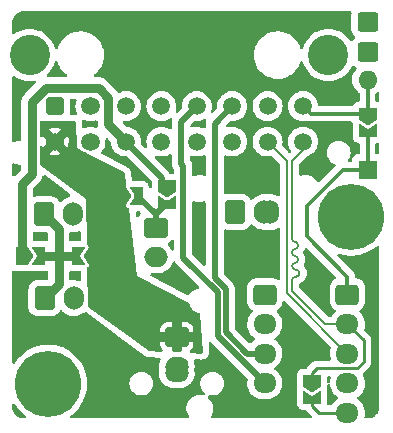
<source format=gbr>
G04 #@! TF.GenerationSoftware,KiCad,Pcbnew,(6.0.7)*
G04 #@! TF.CreationDate,2022-09-29T20:41:47+02:00*
G04 #@! TF.ProjectId,carabiner,63617261-6269-46e6-9572-2e6b69636164,rev?*
G04 #@! TF.SameCoordinates,Original*
G04 #@! TF.FileFunction,Copper,L2,Bot*
G04 #@! TF.FilePolarity,Positive*
%FSLAX46Y46*%
G04 Gerber Fmt 4.6, Leading zero omitted, Abs format (unit mm)*
G04 Created by KiCad (PCBNEW (6.0.7)) date 2022-09-29 20:41:47*
%MOMM*%
%LPD*%
G01*
G04 APERTURE LIST*
G04 Aperture macros list*
%AMRoundRect*
0 Rectangle with rounded corners*
0 $1 Rounding radius*
0 $2 $3 $4 $5 $6 $7 $8 $9 X,Y pos of 4 corners*
0 Add a 4 corners polygon primitive as box body*
4,1,4,$2,$3,$4,$5,$6,$7,$8,$9,$2,$3,0*
0 Add four circle primitives for the rounded corners*
1,1,$1+$1,$2,$3*
1,1,$1+$1,$4,$5*
1,1,$1+$1,$6,$7*
1,1,$1+$1,$8,$9*
0 Add four rect primitives between the rounded corners*
20,1,$1+$1,$2,$3,$4,$5,0*
20,1,$1+$1,$4,$5,$6,$7,0*
20,1,$1+$1,$6,$7,$8,$9,0*
20,1,$1+$1,$8,$9,$2,$3,0*%
%AMFreePoly0*
4,1,6,1.000000,0.000000,0.500000,-0.750000,-0.500000,-0.750000,-0.500000,0.750000,0.500000,0.750000,1.000000,0.000000,1.000000,0.000000,$1*%
%AMFreePoly1*
4,1,6,0.500000,-0.750000,-0.650000,-0.750000,-0.150000,0.000000,-0.650000,0.750000,0.500000,0.750000,0.500000,-0.750000,0.500000,-0.750000,$1*%
G04 Aperture macros list end*
G04 #@! TA.AperFunction,ComponentPad*
%ADD10R,1.600000X1.600000*%
G04 #@! TD*
G04 #@! TA.AperFunction,ComponentPad*
%ADD11O,1.600000X1.600000*%
G04 #@! TD*
G04 #@! TA.AperFunction,ComponentPad*
%ADD12C,5.600000*%
G04 #@! TD*
G04 #@! TA.AperFunction,ComponentPad*
%ADD13RoundRect,0.250001X-0.759999X0.499999X-0.759999X-0.499999X0.759999X-0.499999X0.759999X0.499999X0*%
G04 #@! TD*
G04 #@! TA.AperFunction,ComponentPad*
%ADD14O,2.020000X1.500000*%
G04 #@! TD*
G04 #@! TA.AperFunction,ComponentPad*
%ADD15RoundRect,0.250000X-0.750000X0.600000X-0.750000X-0.600000X0.750000X-0.600000X0.750000X0.600000X0*%
G04 #@! TD*
G04 #@! TA.AperFunction,ComponentPad*
%ADD16O,2.000000X1.700000*%
G04 #@! TD*
G04 #@! TA.AperFunction,ComponentPad*
%ADD17RoundRect,0.250001X-0.499999X-0.499999X0.499999X-0.499999X0.499999X0.499999X-0.499999X0.499999X0*%
G04 #@! TD*
G04 #@! TA.AperFunction,ComponentPad*
%ADD18C,1.500000*%
G04 #@! TD*
G04 #@! TA.AperFunction,ComponentPad*
%ADD19RoundRect,0.250000X-0.600000X-0.750000X0.600000X-0.750000X0.600000X0.750000X-0.600000X0.750000X0*%
G04 #@! TD*
G04 #@! TA.AperFunction,ComponentPad*
%ADD20O,1.700000X2.000000*%
G04 #@! TD*
G04 #@! TA.AperFunction,ComponentPad*
%ADD21RoundRect,0.250000X-0.725000X0.600000X-0.725000X-0.600000X0.725000X-0.600000X0.725000X0.600000X0*%
G04 #@! TD*
G04 #@! TA.AperFunction,ComponentPad*
%ADD22O,1.950000X1.700000*%
G04 #@! TD*
G04 #@! TA.AperFunction,ComponentPad*
%ADD23RoundRect,0.297500X-0.577500X0.552500X-0.577500X-0.552500X0.577500X-0.552500X0.577500X0.552500X0*%
G04 #@! TD*
G04 #@! TA.AperFunction,ComponentPad*
%ADD24RoundRect,0.250001X-0.499999X-0.759999X0.499999X-0.759999X0.499999X0.759999X-0.499999X0.759999X0*%
G04 #@! TD*
G04 #@! TA.AperFunction,ComponentPad*
%ADD25O,1.500000X2.020000*%
G04 #@! TD*
G04 #@! TA.AperFunction,ComponentPad*
%ADD26C,3.410000*%
G04 #@! TD*
G04 #@! TA.AperFunction,SMDPad,CuDef*
%ADD27FreePoly0,270.000000*%
G04 #@! TD*
G04 #@! TA.AperFunction,SMDPad,CuDef*
%ADD28FreePoly1,270.000000*%
G04 #@! TD*
G04 #@! TA.AperFunction,SMDPad,CuDef*
%ADD29FreePoly0,0.000000*%
G04 #@! TD*
G04 #@! TA.AperFunction,SMDPad,CuDef*
%ADD30FreePoly1,0.000000*%
G04 #@! TD*
G04 #@! TA.AperFunction,SMDPad,CuDef*
%ADD31FreePoly0,180.000000*%
G04 #@! TD*
G04 #@! TA.AperFunction,SMDPad,CuDef*
%ADD32FreePoly1,180.000000*%
G04 #@! TD*
G04 #@! TA.AperFunction,Conductor*
%ADD33C,0.250000*%
G04 #@! TD*
G04 #@! TA.AperFunction,Conductor*
%ADD34C,0.200000*%
G04 #@! TD*
G04 #@! TA.AperFunction,Conductor*
%ADD35C,0.300000*%
G04 #@! TD*
G04 #@! TA.AperFunction,Conductor*
%ADD36C,0.500000*%
G04 #@! TD*
G04 #@! TA.AperFunction,Conductor*
%ADD37C,0.800000*%
G04 #@! TD*
G04 #@! TA.AperFunction,Conductor*
%ADD38C,0.600000*%
G04 #@! TD*
G04 APERTURE END LIST*
D10*
X81100000Y-47920000D03*
D11*
X81100000Y-40300000D03*
D12*
X54050000Y-66050000D03*
X79700000Y-51900000D03*
D13*
X64950000Y-62150000D03*
D14*
X64950000Y-65150000D03*
D15*
X63150000Y-52850000D03*
D16*
X63150000Y-55350000D03*
D17*
X54630000Y-42550000D03*
D18*
X57630000Y-42550000D03*
X60630000Y-42550000D03*
X63630000Y-42550000D03*
X66630000Y-42550000D03*
X69630000Y-42550000D03*
X72630000Y-42550000D03*
X75630000Y-42550000D03*
X54630000Y-45550000D03*
X57630000Y-45550000D03*
X60630000Y-45550000D03*
X63630000Y-45550000D03*
X66630000Y-45550000D03*
X69630000Y-45550000D03*
X72630000Y-45550000D03*
X75630000Y-45550000D03*
D19*
X53700000Y-51700000D03*
D20*
X56200000Y-51700000D03*
D19*
X53750000Y-58800000D03*
D20*
X56250000Y-58800000D03*
D21*
X79400000Y-58500000D03*
D22*
X79400000Y-61000000D03*
X79400000Y-63500000D03*
X79400000Y-66000000D03*
X79400000Y-68500000D03*
D21*
X72400000Y-58500000D03*
D22*
X72400000Y-61000000D03*
X72400000Y-63500000D03*
X72400000Y-66000000D03*
D19*
X69850000Y-51500000D03*
D20*
X72350000Y-51500000D03*
D23*
X81100000Y-35430000D03*
X81100000Y-37970000D03*
D15*
X64950000Y-62100000D03*
D16*
X64950000Y-64600000D03*
D17*
X54650000Y-42550000D03*
D18*
X57650000Y-42550000D03*
X60650000Y-42550000D03*
X63650000Y-42550000D03*
X66650000Y-42550000D03*
X69650000Y-42550000D03*
X72650000Y-42550000D03*
X75650000Y-42550000D03*
X54650000Y-45550000D03*
X57650000Y-45550000D03*
X60650000Y-45550000D03*
X63650000Y-45550000D03*
X66650000Y-45550000D03*
X69650000Y-45550000D03*
X72650000Y-45550000D03*
X75650000Y-45550000D03*
D24*
X69850000Y-51500000D03*
D25*
X72850000Y-51500000D03*
D17*
X54630000Y-42550000D03*
D18*
X57630000Y-42550000D03*
X60630000Y-42550000D03*
X63630000Y-42550000D03*
X66630000Y-42550000D03*
X69630000Y-42550000D03*
X72630000Y-42550000D03*
X75630000Y-42550000D03*
X54630000Y-45550000D03*
X57630000Y-45550000D03*
X60630000Y-45550000D03*
X63630000Y-45550000D03*
X66630000Y-45550000D03*
X69630000Y-45550000D03*
X72630000Y-45550000D03*
X75630000Y-45550000D03*
D26*
X77780000Y-38230000D03*
X52480000Y-38230000D03*
D17*
X64950000Y-62100000D03*
D18*
X64950000Y-65100000D03*
D27*
X81100000Y-43175000D03*
D28*
X81100000Y-44625000D03*
D27*
X64100000Y-49325000D03*
D28*
X64100000Y-50775000D03*
D29*
X60125000Y-50150000D03*
D30*
X61575000Y-50150000D03*
D29*
X51825000Y-55250000D03*
D30*
X53275000Y-55250000D03*
D31*
X58025000Y-55250000D03*
D32*
X56575000Y-55250000D03*
D27*
X76410000Y-65795000D03*
D28*
X76410000Y-67245000D03*
D33*
X80780000Y-62380000D02*
X79400000Y-61000000D01*
D34*
X74710000Y-57290000D02*
G75*
G02*
X75010000Y-56990000I300000J0D01*
G01*
X74960000Y-54040000D02*
G75*
G02*
X74710000Y-53790000I0J250000D01*
G01*
X75339600Y-56690000D02*
G75*
G03*
X75039593Y-56390000I-300000J0D01*
G01*
X75210000Y-55490000D02*
G75*
G03*
X74960000Y-55240000I-250000J0D01*
G01*
X75010000Y-56390000D02*
G75*
G02*
X74710000Y-56090000I0J300000D01*
G01*
X75039593Y-56989993D02*
G75*
G03*
X75339593Y-56690000I7J299993D01*
G01*
X74960000Y-54640000D02*
G75*
G03*
X75210000Y-54390000I0J250000D01*
G01*
X74710000Y-56090000D02*
G75*
G02*
X74960000Y-55840000I250000J0D01*
G01*
X74710000Y-57340000D02*
X74710000Y-58173603D01*
X74960000Y-55840000D02*
G75*
G03*
X75210000Y-55590000I0J250000D01*
G01*
X74960000Y-55240000D02*
G75*
G02*
X74710000Y-54990000I0J250000D01*
G01*
X75210000Y-55490000D02*
X75210000Y-55590000D01*
X77536397Y-61000000D02*
X79400000Y-61000000D01*
X74710000Y-54890000D02*
G75*
G02*
X74960000Y-54640000I250000J0D01*
G01*
X74710000Y-58173603D02*
X77536397Y-61000000D01*
X75210000Y-54290000D02*
G75*
G03*
X74960000Y-54040000I-250000J0D01*
G01*
X75630000Y-45550000D02*
X75630000Y-46270000D01*
X75630000Y-46270000D02*
X74710000Y-47190000D01*
X74710000Y-54890000D02*
X74710000Y-54990000D01*
X74710000Y-47190000D02*
X74710000Y-53790000D01*
X75210000Y-54290000D02*
X75210000Y-54390000D01*
X75010000Y-56390000D02*
X75039593Y-56390000D01*
X75039593Y-56990000D02*
X75010000Y-56990000D01*
X74710000Y-57290000D02*
X74710000Y-57340000D01*
D35*
X75950030Y-53585790D02*
X79400000Y-57035760D01*
X79400000Y-57035760D02*
X79400000Y-58500000D01*
X81100000Y-44625000D02*
X81100000Y-47920000D01*
X79017998Y-47920000D02*
X75950030Y-50987968D01*
X81100000Y-47920000D02*
X79017998Y-47920000D01*
X75950030Y-50987968D02*
X75950030Y-53585790D01*
X81100000Y-43175000D02*
X81100000Y-40300000D01*
X76275000Y-43175000D02*
X75650000Y-42550000D01*
X81100000Y-43175000D02*
X76275000Y-43175000D01*
D36*
X65500000Y-47610000D02*
X65300000Y-47410000D01*
X72400000Y-66000000D02*
X68400000Y-62000000D01*
X68400000Y-62000000D02*
X68400000Y-58300000D01*
X65300000Y-43900000D02*
X66650000Y-42550000D01*
X65500000Y-55400000D02*
X65500000Y-47610000D01*
X65300000Y-47410000D02*
X65300000Y-43900000D01*
X68400000Y-58300000D02*
X65500000Y-55400000D01*
X68160000Y-57070050D02*
X69100000Y-58010051D01*
X70889950Y-63500000D02*
X72400000Y-63500000D01*
X69650000Y-42550000D02*
X68160000Y-44040000D01*
X68160000Y-44040000D02*
X68160000Y-57070050D01*
X69100000Y-61710050D02*
X70889950Y-63500000D01*
X69100000Y-58010051D02*
X69100000Y-61710050D01*
D37*
X72525000Y-61000000D02*
X72400000Y-61000000D01*
X72400000Y-61000000D02*
X72275000Y-61000000D01*
D36*
X72400000Y-60814966D02*
X72400000Y-61000000D01*
D38*
X65550000Y-64200000D02*
X65400000Y-64200000D01*
D33*
X76820000Y-64750000D02*
X80230000Y-64750000D01*
X80780000Y-64200000D02*
X80780000Y-62380000D01*
X79400000Y-61000000D02*
X79400000Y-60638190D01*
X80230000Y-64750000D02*
X80780000Y-64200000D01*
X76410000Y-65795000D02*
X76410000Y-65160000D01*
X76410000Y-65160000D02*
X76820000Y-64750000D01*
D34*
X72630000Y-45550000D02*
X74310000Y-47230000D01*
X74310000Y-47230000D02*
X74310000Y-58410000D01*
X74310000Y-58410000D02*
X79400000Y-63500000D01*
D36*
X63150000Y-52850000D02*
X63150000Y-51725000D01*
X62700000Y-52400000D02*
X63150000Y-52850000D01*
D38*
X62750000Y-52700000D02*
X63750000Y-52700000D01*
D36*
X63150000Y-51725000D02*
X61575000Y-50150000D01*
X63150000Y-51725000D02*
X64100000Y-50775000D01*
D37*
X54950000Y-52950000D02*
X53700000Y-51700000D01*
X54950000Y-55250000D02*
X54950000Y-52950000D01*
X54950000Y-55250000D02*
X53500000Y-55250000D01*
X56275000Y-55250000D02*
X54950000Y-55250000D01*
X54950000Y-57600000D02*
X53750000Y-58800000D01*
X54950000Y-55250000D02*
X54950000Y-57600000D01*
D36*
X63680000Y-48905000D02*
X64100000Y-49325000D01*
D37*
X60650000Y-45550000D02*
X59150000Y-44050000D01*
X58330000Y-41010000D02*
X53880000Y-41010000D01*
D36*
X63680000Y-48600000D02*
X63680000Y-48905000D01*
D37*
X52680000Y-42210000D02*
X52680000Y-48270000D01*
X59150000Y-41830000D02*
X58330000Y-41010000D01*
X51825000Y-55250000D02*
X51825000Y-49125000D01*
X59150000Y-44050000D02*
X59150000Y-41830000D01*
X51825000Y-49125000D02*
X52680000Y-48270000D01*
D36*
X60630000Y-45550000D02*
X63680000Y-48600000D01*
D37*
X53880000Y-41010000D02*
X52680000Y-42210000D01*
D33*
X76990000Y-68500000D02*
X79400000Y-68500000D01*
X76410000Y-67245000D02*
X76410000Y-67920000D01*
X76410000Y-67920000D02*
X76990000Y-68500000D01*
G04 #@! TA.AperFunction,NonConductor*
G36*
X54793108Y-38723098D02*
G01*
X54847854Y-38768303D01*
X54863338Y-38799988D01*
X54923203Y-38984235D01*
X55046340Y-39236702D01*
X55048795Y-39240341D01*
X55048798Y-39240347D01*
X55080636Y-39287548D01*
X55203415Y-39469576D01*
X55391371Y-39678322D01*
X55606550Y-39858879D01*
X55610284Y-39861212D01*
X55622179Y-39868645D01*
X55669350Y-39921705D01*
X55680346Y-39991845D01*
X55651676Y-40056796D01*
X55592443Y-40095935D01*
X55555411Y-40101500D01*
X54037851Y-40101500D01*
X53969730Y-40081498D01*
X53923237Y-40027842D01*
X53913133Y-39957568D01*
X53942627Y-39892988D01*
X53954774Y-39880768D01*
X53982941Y-39856067D01*
X54048539Y-39798539D01*
X54239855Y-39580384D01*
X54401060Y-39339124D01*
X54405825Y-39329463D01*
X54520939Y-39096034D01*
X54529395Y-39078887D01*
X54530721Y-39074981D01*
X54621337Y-38808035D01*
X54621338Y-38808031D01*
X54622664Y-38804125D01*
X54623051Y-38804256D01*
X54658752Y-38745688D01*
X54722614Y-38714668D01*
X54793108Y-38723098D01*
G37*
G04 #@! TD.AperFunction*
G04 #@! TA.AperFunction,NonConductor*
G36*
X82029364Y-41336555D02*
G01*
X82077948Y-41388325D01*
X82091500Y-41445171D01*
X82091500Y-42050582D01*
X82071498Y-42118703D01*
X82017842Y-42165196D01*
X81947570Y-42175300D01*
X81866565Y-42163653D01*
X81801988Y-42134160D01*
X81763604Y-42074434D01*
X81758500Y-42038936D01*
X81758500Y-41501888D01*
X81778502Y-41433767D01*
X81812228Y-41398676D01*
X81893230Y-41341958D01*
X81960503Y-41319270D01*
X82029364Y-41336555D01*
G37*
G04 #@! TD.AperFunction*
G04 #@! TA.AperFunction,NonConductor*
G36*
X56406213Y-41938502D02*
G01*
X56452706Y-41992158D01*
X56462810Y-42062432D01*
X56452287Y-42097749D01*
X56445206Y-42112934D01*
X56445203Y-42112943D01*
X56442880Y-42117924D01*
X56385885Y-42330629D01*
X56366693Y-42550000D01*
X56385885Y-42769371D01*
X56442880Y-42982076D01*
X56499966Y-43104497D01*
X56508341Y-43122458D01*
X56519002Y-43192650D01*
X56490022Y-43257463D01*
X56430602Y-43296319D01*
X56376214Y-43300425D01*
X56283818Y-43287140D01*
X56283803Y-43287139D01*
X56279359Y-43286500D01*
X56029002Y-43286500D01*
X55960881Y-43266498D01*
X55914388Y-43212842D01*
X55903658Y-43147657D01*
X55908172Y-43103598D01*
X55908500Y-43100400D01*
X55908500Y-42044500D01*
X55928502Y-41976379D01*
X55982158Y-41929886D01*
X56034500Y-41918500D01*
X56338092Y-41918500D01*
X56406213Y-41938502D01*
G37*
G04 #@! TD.AperFunction*
G04 #@! TA.AperFunction,NonConductor*
G36*
X57084727Y-43684336D02*
G01*
X57197924Y-43737120D01*
X57410629Y-43794115D01*
X57498322Y-43801787D01*
X57624522Y-43812828D01*
X57624525Y-43812828D01*
X57630000Y-43813307D01*
X57635482Y-43812827D01*
X57644518Y-43812827D01*
X57650000Y-43813307D01*
X57655475Y-43812828D01*
X57655478Y-43812828D01*
X57781678Y-43801787D01*
X57869371Y-43794115D01*
X58082076Y-43737120D01*
X58082710Y-43739487D01*
X58143198Y-43735613D01*
X58205256Y-43770101D01*
X58238816Y-43832664D01*
X58241500Y-43858531D01*
X58241500Y-43968583D01*
X58239949Y-43988292D01*
X58237748Y-44002190D01*
X58238093Y-44008777D01*
X58238093Y-44008782D01*
X58241327Y-44070480D01*
X58241500Y-44077074D01*
X58241500Y-44097610D01*
X58241844Y-44100882D01*
X58241844Y-44100884D01*
X58243647Y-44118042D01*
X58244164Y-44124616D01*
X58247743Y-44192903D01*
X58249453Y-44199284D01*
X58249453Y-44199286D01*
X58251383Y-44206491D01*
X58254986Y-44225926D01*
X58255809Y-44233755D01*
X58243038Y-44303594D01*
X58194537Y-44355441D01*
X58125704Y-44372837D01*
X58087403Y-44365329D01*
X58087061Y-44365204D01*
X58082076Y-44362880D01*
X57869371Y-44305885D01*
X57781678Y-44298213D01*
X57655478Y-44287172D01*
X57655475Y-44287172D01*
X57650000Y-44286693D01*
X57644518Y-44287173D01*
X57635482Y-44287173D01*
X57630000Y-44286693D01*
X57624525Y-44287172D01*
X57624522Y-44287172D01*
X57498322Y-44298213D01*
X57410629Y-44305885D01*
X57197924Y-44362880D01*
X57127226Y-44395847D01*
X57114552Y-44401757D01*
X57044360Y-44412418D01*
X56979548Y-44383438D01*
X56940691Y-44324018D01*
X56935421Y-44293035D01*
X56932075Y-44216069D01*
X56918255Y-43898222D01*
X56911968Y-43853502D01*
X56907332Y-43820534D01*
X56906705Y-43816074D01*
X56917028Y-43745832D01*
X56963688Y-43692321D01*
X57031871Y-43672532D01*
X57084727Y-43684336D01*
G37*
G04 #@! TD.AperFunction*
G04 #@! TA.AperFunction,NonConductor*
G36*
X67395493Y-43672245D02*
G01*
X67434349Y-43731665D01*
X67433424Y-43798544D01*
X67435378Y-43798950D01*
X67428366Y-43832664D01*
X67420514Y-43870412D01*
X67419544Y-43874696D01*
X67402192Y-43945610D01*
X67401500Y-43956764D01*
X67401464Y-43956762D01*
X67401225Y-43960755D01*
X67400851Y-43964947D01*
X67399360Y-43972115D01*
X67399558Y-43979432D01*
X67401454Y-44049521D01*
X67401500Y-44052928D01*
X67401500Y-44314049D01*
X67381498Y-44382170D01*
X67327842Y-44428663D01*
X67257568Y-44438767D01*
X67222252Y-44428245D01*
X67082076Y-44362880D01*
X66869371Y-44305885D01*
X66781678Y-44298213D01*
X66655478Y-44287172D01*
X66655475Y-44287172D01*
X66650000Y-44286693D01*
X66644518Y-44287173D01*
X66635482Y-44287173D01*
X66630000Y-44286693D01*
X66624525Y-44287172D01*
X66624522Y-44287172D01*
X66498322Y-44298213D01*
X66410629Y-44305885D01*
X66402266Y-44308126D01*
X66258557Y-44346633D01*
X66187580Y-44344943D01*
X66128784Y-44305149D01*
X66100836Y-44239885D01*
X66112609Y-44169871D01*
X66136850Y-44135831D01*
X66431554Y-43841127D01*
X66493866Y-43807101D01*
X66531630Y-43804701D01*
X66624521Y-43812828D01*
X66624525Y-43812828D01*
X66630000Y-43813307D01*
X66635482Y-43812827D01*
X66644518Y-43812827D01*
X66650000Y-43813307D01*
X66655475Y-43812828D01*
X66655478Y-43812828D01*
X66781678Y-43801787D01*
X66869371Y-43794115D01*
X67082076Y-43737120D01*
X67087058Y-43734797D01*
X67087066Y-43734794D01*
X67260489Y-43653926D01*
X67330680Y-43643265D01*
X67395493Y-43672245D01*
G37*
G04 #@! TD.AperFunction*
G04 #@! TA.AperFunction,NonConductor*
G36*
X51204502Y-40039893D02*
G01*
X51327357Y-40121982D01*
X51370875Y-40151060D01*
X51374574Y-40152884D01*
X51374579Y-40152887D01*
X51466455Y-40198195D01*
X51631113Y-40279395D01*
X51635018Y-40280720D01*
X51635019Y-40280721D01*
X51901962Y-40371336D01*
X51901966Y-40371337D01*
X51905875Y-40372664D01*
X51909919Y-40373468D01*
X51909925Y-40373470D01*
X52186421Y-40428469D01*
X52186427Y-40428470D01*
X52190460Y-40429272D01*
X52194565Y-40429541D01*
X52194572Y-40429542D01*
X52475880Y-40447979D01*
X52480000Y-40448249D01*
X52484120Y-40447979D01*
X52765428Y-40429542D01*
X52765435Y-40429541D01*
X52769540Y-40429272D01*
X52773580Y-40428468D01*
X52773583Y-40428468D01*
X52869435Y-40409402D01*
X52940149Y-40415730D01*
X52996216Y-40459285D01*
X53019835Y-40526237D01*
X53003508Y-40595331D01*
X52983111Y-40622076D01*
X52095168Y-41510019D01*
X52080135Y-41522860D01*
X52068747Y-41531134D01*
X52064327Y-41536043D01*
X52022984Y-41581959D01*
X52018443Y-41586744D01*
X52003928Y-41601259D01*
X52001852Y-41603823D01*
X51991006Y-41617216D01*
X51986722Y-41622231D01*
X51945381Y-41668145D01*
X51945377Y-41668150D01*
X51940960Y-41673056D01*
X51937660Y-41678772D01*
X51937657Y-41678776D01*
X51933927Y-41685237D01*
X51922727Y-41701533D01*
X51913871Y-41712470D01*
X51898584Y-41742473D01*
X51882815Y-41773421D01*
X51879669Y-41779215D01*
X51845473Y-41838444D01*
X51843432Y-41844726D01*
X51843431Y-41844728D01*
X51841125Y-41851826D01*
X51833560Y-41870092D01*
X51827171Y-41882630D01*
X51825463Y-41889003D01*
X51825463Y-41889004D01*
X51809469Y-41948695D01*
X51807600Y-41955003D01*
X51786458Y-42020072D01*
X51785768Y-42026637D01*
X51785766Y-42026646D01*
X51784985Y-42034075D01*
X51781383Y-42053509D01*
X51779453Y-42060714D01*
X51777743Y-42067097D01*
X51777398Y-42073688D01*
X51777397Y-42073692D01*
X51774164Y-42135384D01*
X51773647Y-42141958D01*
X51772589Y-42152031D01*
X51771500Y-42162390D01*
X51771500Y-42182926D01*
X51771327Y-42189520D01*
X51767748Y-42257810D01*
X51768780Y-42264325D01*
X51769949Y-42271705D01*
X51771500Y-42291417D01*
X51771500Y-45355500D01*
X51751498Y-45423621D01*
X51697842Y-45470114D01*
X51645500Y-45481500D01*
X51600231Y-45481500D01*
X51597175Y-45481800D01*
X51597168Y-45481800D01*
X51538660Y-45487537D01*
X51453167Y-45495920D01*
X51447266Y-45497702D01*
X51447264Y-45497702D01*
X51375990Y-45519221D01*
X51263831Y-45553084D01*
X51214772Y-45579169D01*
X51193653Y-45590398D01*
X51124116Y-45604717D01*
X51057875Y-45579169D01*
X51015962Y-45521864D01*
X51008500Y-45479146D01*
X51008500Y-40144658D01*
X51028502Y-40076537D01*
X51082158Y-40030044D01*
X51152432Y-40019940D01*
X51204502Y-40039893D01*
G37*
G04 #@! TD.AperFunction*
G04 #@! TA.AperFunction,NonConductor*
G36*
X81936430Y-45631475D02*
G01*
X82001004Y-45631479D01*
X82060729Y-45669865D01*
X82090218Y-45734448D01*
X82091500Y-45752373D01*
X82091500Y-46486645D01*
X82071498Y-46554766D01*
X82017842Y-46601259D01*
X81954963Y-46611414D01*
X81954928Y-46612053D01*
X81951993Y-46611894D01*
X81951900Y-46611909D01*
X81951533Y-46611869D01*
X81951529Y-46611869D01*
X81948134Y-46611500D01*
X81884500Y-46611500D01*
X81816379Y-46591498D01*
X81769886Y-46537842D01*
X81758500Y-46485500D01*
X81758500Y-45762583D01*
X81778502Y-45694462D01*
X81832158Y-45647969D01*
X81875510Y-45636904D01*
X81923111Y-45633500D01*
X81929994Y-45631479D01*
X81930008Y-45631475D01*
X81930267Y-45631475D01*
X81936236Y-45630398D01*
X81936430Y-45631475D01*
G37*
G04 #@! TD.AperFunction*
G04 #@! TA.AperFunction,NonConductor*
G36*
X64479363Y-46595537D02*
G01*
X64527947Y-46647306D01*
X64541500Y-46704153D01*
X64541500Y-47342930D01*
X64540067Y-47361880D01*
X64536801Y-47383349D01*
X64537394Y-47390641D01*
X64537394Y-47390644D01*
X64541085Y-47436018D01*
X64541500Y-47446233D01*
X64541500Y-47454293D01*
X64541925Y-47457937D01*
X64544789Y-47482507D01*
X64545222Y-47486882D01*
X64546896Y-47507456D01*
X64551140Y-47559637D01*
X64553396Y-47566601D01*
X64554587Y-47572560D01*
X64555971Y-47578415D01*
X64556818Y-47585681D01*
X64581735Y-47654327D01*
X64583152Y-47658455D01*
X64589183Y-47677070D01*
X64605649Y-47727899D01*
X64609445Y-47734154D01*
X64611951Y-47739628D01*
X64614670Y-47745058D01*
X64617167Y-47751937D01*
X64621180Y-47758057D01*
X64621180Y-47758058D01*
X64657186Y-47812976D01*
X64659523Y-47816680D01*
X64697405Y-47879107D01*
X64701121Y-47883315D01*
X64701122Y-47883316D01*
X64704803Y-47887484D01*
X64704776Y-47887507D01*
X64707430Y-47890501D01*
X64710132Y-47893733D01*
X64713032Y-47898156D01*
X64740514Y-47961254D01*
X64741500Y-47976984D01*
X64741500Y-48185271D01*
X64721498Y-48253392D01*
X64667842Y-48299885D01*
X64615500Y-48311271D01*
X64465775Y-48311271D01*
X64397654Y-48291269D01*
X64360404Y-48254357D01*
X64322820Y-48197033D01*
X64320472Y-48193312D01*
X64285509Y-48135693D01*
X64285505Y-48135688D01*
X64282595Y-48130892D01*
X64275197Y-48122516D01*
X64275223Y-48122493D01*
X64272574Y-48119503D01*
X64269866Y-48116264D01*
X64265856Y-48110148D01*
X64260549Y-48105121D01*
X64260546Y-48105117D01*
X64209617Y-48056872D01*
X64207175Y-48054494D01*
X63109529Y-46956848D01*
X63075503Y-46894536D01*
X63080568Y-46823721D01*
X63123115Y-46766885D01*
X63189635Y-46742074D01*
X63231236Y-46746046D01*
X63410629Y-46794115D01*
X63473096Y-46799580D01*
X63624522Y-46812828D01*
X63624525Y-46812828D01*
X63630000Y-46813307D01*
X63635482Y-46812827D01*
X63644518Y-46812827D01*
X63650000Y-46813307D01*
X63655475Y-46812828D01*
X63655478Y-46812828D01*
X63806904Y-46799580D01*
X63869371Y-46794115D01*
X64082076Y-46737120D01*
X64281654Y-46644056D01*
X64343230Y-46600940D01*
X64410502Y-46578252D01*
X64479363Y-46595537D01*
G37*
G04 #@! TD.AperFunction*
G04 #@! TA.AperFunction,NonConductor*
G36*
X51195200Y-47390875D02*
G01*
X51245387Y-47418465D01*
X51245392Y-47418467D01*
X51250787Y-47421433D01*
X51256654Y-47423294D01*
X51256656Y-47423295D01*
X51433436Y-47479373D01*
X51439306Y-47481235D01*
X51593227Y-47498500D01*
X51645500Y-47498500D01*
X51713621Y-47518502D01*
X51760114Y-47572158D01*
X51771500Y-47624500D01*
X51771500Y-47841497D01*
X51751498Y-47909618D01*
X51734595Y-47930592D01*
X51240168Y-48425019D01*
X51225135Y-48437860D01*
X51213747Y-48446134D01*
X51213099Y-48445243D01*
X51154808Y-48473220D01*
X51084354Y-48464459D01*
X51029821Y-48418998D01*
X51008500Y-48348867D01*
X51008500Y-47501290D01*
X51028502Y-47433169D01*
X51082158Y-47386676D01*
X51152432Y-47376572D01*
X51195200Y-47390875D01*
G37*
G04 #@! TD.AperFunction*
G04 #@! TA.AperFunction,NonConductor*
G36*
X67357255Y-46690075D02*
G01*
X67396111Y-46749495D01*
X67401500Y-46785951D01*
X67401500Y-48342745D01*
X67381498Y-48410866D01*
X67327842Y-48457359D01*
X67257568Y-48467463D01*
X67238135Y-48463077D01*
X67227994Y-48459928D01*
X67088766Y-48416696D01*
X67083031Y-48416017D01*
X67083030Y-48416017D01*
X67034742Y-48410302D01*
X66918126Y-48396500D01*
X66796684Y-48396500D01*
X66640721Y-48410831D01*
X66635159Y-48412400D01*
X66635157Y-48412400D01*
X66565534Y-48432036D01*
X66438451Y-48467877D01*
X66433263Y-48470435D01*
X66429653Y-48471821D01*
X66358888Y-48477559D01*
X66296256Y-48444127D01*
X66261640Y-48382141D01*
X66258500Y-48354189D01*
X66258500Y-47677070D01*
X66259933Y-47658120D01*
X66262099Y-47643885D01*
X66262099Y-47643881D01*
X66263199Y-47636651D01*
X66258915Y-47583982D01*
X66258500Y-47573767D01*
X66258500Y-47565707D01*
X66257793Y-47559637D01*
X66255211Y-47537497D01*
X66254778Y-47533121D01*
X66253589Y-47518502D01*
X66248860Y-47460364D01*
X66246605Y-47453403D01*
X66245418Y-47447463D01*
X66244029Y-47441588D01*
X66243182Y-47434319D01*
X66218264Y-47365670D01*
X66216847Y-47361542D01*
X66196607Y-47299064D01*
X66196606Y-47299062D01*
X66194351Y-47292101D01*
X66190555Y-47285846D01*
X66188049Y-47280372D01*
X66185330Y-47274942D01*
X66182833Y-47268063D01*
X66142814Y-47207024D01*
X66140467Y-47203305D01*
X66102595Y-47140893D01*
X66095197Y-47132516D01*
X66095224Y-47132493D01*
X66092570Y-47129499D01*
X66089868Y-47126267D01*
X66086968Y-47121844D01*
X66059486Y-47058746D01*
X66058500Y-47043016D01*
X66058500Y-46863968D01*
X66078502Y-46795847D01*
X66132158Y-46749354D01*
X66202432Y-46739250D01*
X66217112Y-46742262D01*
X66405308Y-46792690D01*
X66405317Y-46792691D01*
X66410629Y-46794115D01*
X66473096Y-46799580D01*
X66624522Y-46812828D01*
X66624525Y-46812828D01*
X66630000Y-46813307D01*
X66635482Y-46812827D01*
X66644518Y-46812827D01*
X66650000Y-46813307D01*
X66655475Y-46812828D01*
X66655478Y-46812828D01*
X66806904Y-46799580D01*
X66869371Y-46794115D01*
X67082076Y-46737120D01*
X67222251Y-46671756D01*
X67292442Y-46661095D01*
X67357255Y-46690075D01*
G37*
G04 #@! TD.AperFunction*
G04 #@! TA.AperFunction,NonConductor*
G36*
X59099574Y-45286625D02*
G01*
X59114770Y-45299583D01*
X59334408Y-45519221D01*
X59368434Y-45581533D01*
X59370834Y-45597333D01*
X59385885Y-45769371D01*
X59387308Y-45774681D01*
X59387308Y-45774682D01*
X59387932Y-45777011D01*
X59442880Y-45982076D01*
X59484099Y-46070471D01*
X59533618Y-46176666D01*
X59533621Y-46176671D01*
X59535944Y-46181653D01*
X59539100Y-46186160D01*
X59539101Y-46186162D01*
X59623189Y-46306251D01*
X59662251Y-46362038D01*
X59817962Y-46517749D01*
X59822471Y-46520906D01*
X59822473Y-46520908D01*
X59863237Y-46549451D01*
X59998346Y-46644056D01*
X60197924Y-46737120D01*
X60410629Y-46794115D01*
X60473096Y-46799580D01*
X60624522Y-46812828D01*
X60624525Y-46812828D01*
X60630000Y-46813307D01*
X60635482Y-46812827D01*
X60644518Y-46812827D01*
X60650000Y-46813307D01*
X60655475Y-46812828D01*
X60655479Y-46812828D01*
X60748370Y-46804701D01*
X60817974Y-46818690D01*
X60848446Y-46841127D01*
X62799366Y-48792047D01*
X62833392Y-48854359D01*
X62836271Y-48881142D01*
X62836271Y-49333168D01*
X62816269Y-49401289D01*
X62762613Y-49447782D01*
X62692339Y-49457886D01*
X62627759Y-49428392D01*
X62589375Y-49368666D01*
X62584592Y-49342157D01*
X62583982Y-49333627D01*
X62583982Y-49333626D01*
X62583500Y-49326889D01*
X62542304Y-49186589D01*
X62486723Y-49100103D01*
X62468122Y-49071159D01*
X62468120Y-49071156D01*
X62463250Y-49063579D01*
X62456440Y-49057678D01*
X62359555Y-48973726D01*
X62359552Y-48973724D01*
X62352743Y-48967824D01*
X62219734Y-48907081D01*
X62075000Y-48886271D01*
X61274340Y-48886271D01*
X61206219Y-48866269D01*
X61159726Y-48812613D01*
X61149225Y-48775176D01*
X61148926Y-48772660D01*
X61077852Y-48176051D01*
X61054850Y-48073645D01*
X61038570Y-48025060D01*
X60995221Y-47929461D01*
X60904357Y-47814981D01*
X60852754Y-47766219D01*
X60733317Y-47681976D01*
X58612381Y-46600612D01*
X58560780Y-46551852D01*
X58543732Y-46482933D01*
X58566651Y-46415738D01*
X58580520Y-46399267D01*
X58617749Y-46362038D01*
X58656812Y-46306251D01*
X58740899Y-46186162D01*
X58740900Y-46186160D01*
X58744056Y-46181653D01*
X58746379Y-46176671D01*
X58746382Y-46176666D01*
X58795901Y-46070471D01*
X58837120Y-45982076D01*
X58894115Y-45769371D01*
X58913307Y-45550000D01*
X58900154Y-45399659D01*
X58914143Y-45330055D01*
X58963543Y-45279062D01*
X59032669Y-45262872D01*
X59099574Y-45286625D01*
G37*
G04 #@! TD.AperFunction*
G04 #@! TA.AperFunction,NonConductor*
G36*
X79690160Y-34528502D02*
G01*
X79736653Y-34582158D01*
X79746757Y-34652432D01*
X79744809Y-34662844D01*
X79717976Y-34779066D01*
X79717974Y-34779082D01*
X79716775Y-34784274D01*
X79716500Y-34789044D01*
X79716500Y-36070956D01*
X79716775Y-36075726D01*
X79757452Y-36251916D01*
X79836153Y-36414716D01*
X79948966Y-36556034D01*
X79954469Y-36560427D01*
X80005956Y-36601529D01*
X80046715Y-36659660D01*
X80049575Y-36730599D01*
X80013629Y-36791823D01*
X80005956Y-36798471D01*
X79948966Y-36843966D01*
X79944573Y-36849469D01*
X79840547Y-36979779D01*
X79840545Y-36979783D01*
X79836153Y-36985284D01*
X79833088Y-36991625D01*
X79830616Y-36995550D01*
X79777391Y-37042535D01*
X79707213Y-37053285D01*
X79642363Y-37024388D01*
X79619231Y-36998410D01*
X79544278Y-36886236D01*
X79539855Y-36879616D01*
X79348539Y-36661461D01*
X79130384Y-36470145D01*
X78889125Y-36308940D01*
X78885426Y-36307116D01*
X78885421Y-36307113D01*
X78711814Y-36221500D01*
X78628887Y-36180605D01*
X78624981Y-36179279D01*
X78358038Y-36088664D01*
X78358034Y-36088663D01*
X78354125Y-36087336D01*
X78350081Y-36086532D01*
X78350075Y-36086530D01*
X78073579Y-36031531D01*
X78073573Y-36031530D01*
X78069540Y-36030728D01*
X78065435Y-36030459D01*
X78065428Y-36030458D01*
X77784120Y-36012021D01*
X77780000Y-36011751D01*
X77775880Y-36012021D01*
X77494572Y-36030458D01*
X77494565Y-36030459D01*
X77490460Y-36030728D01*
X77486427Y-36031530D01*
X77486421Y-36031531D01*
X77209925Y-36086530D01*
X77209919Y-36086532D01*
X77205875Y-36087336D01*
X77201966Y-36088663D01*
X77201962Y-36088664D01*
X76935019Y-36179279D01*
X76931113Y-36180605D01*
X76819023Y-36235882D01*
X76674580Y-36307113D01*
X76674575Y-36307116D01*
X76670876Y-36308940D01*
X76429616Y-36470145D01*
X76211461Y-36661461D01*
X76020145Y-36879616D01*
X75858940Y-37120876D01*
X75730605Y-37381113D01*
X75699819Y-37471807D01*
X75645827Y-37630861D01*
X75604990Y-37688937D01*
X75539237Y-37715715D01*
X75469445Y-37702694D01*
X75417772Y-37654007D01*
X75406681Y-37629294D01*
X75358160Y-37479958D01*
X75358157Y-37479950D01*
X75356797Y-37475765D01*
X75233660Y-37223298D01*
X75231205Y-37219659D01*
X75231202Y-37219653D01*
X75111734Y-37042535D01*
X75076585Y-36990424D01*
X74888629Y-36781678D01*
X74673450Y-36601121D01*
X74435236Y-36452269D01*
X74178625Y-36338018D01*
X73908610Y-36260593D01*
X73904260Y-36259982D01*
X73904257Y-36259981D01*
X73798051Y-36245055D01*
X73630448Y-36221500D01*
X73419854Y-36221500D01*
X73417668Y-36221653D01*
X73417664Y-36221653D01*
X73214173Y-36235882D01*
X73214168Y-36235883D01*
X73209788Y-36236189D01*
X72935030Y-36294591D01*
X72930901Y-36296094D01*
X72930897Y-36296095D01*
X72675219Y-36389154D01*
X72675215Y-36389156D01*
X72671074Y-36390663D01*
X72423058Y-36522536D01*
X72419499Y-36525122D01*
X72419497Y-36525123D01*
X72209557Y-36677653D01*
X72195808Y-36687642D01*
X71993748Y-36882769D01*
X71820812Y-37104118D01*
X71818616Y-37107922D01*
X71818611Y-37107929D01*
X71704794Y-37305067D01*
X71680364Y-37347381D01*
X71575138Y-37607824D01*
X71574073Y-37612096D01*
X71574072Y-37612099D01*
X71540379Y-37747236D01*
X71507183Y-37880376D01*
X71477822Y-38159733D01*
X71477975Y-38164121D01*
X71477975Y-38164127D01*
X71480276Y-38230000D01*
X71487625Y-38440458D01*
X71488387Y-38444781D01*
X71488388Y-38444788D01*
X71512164Y-38579624D01*
X71536402Y-38717087D01*
X71623203Y-38984235D01*
X71746340Y-39236702D01*
X71748795Y-39240341D01*
X71748798Y-39240347D01*
X71780636Y-39287548D01*
X71903415Y-39469576D01*
X72091371Y-39678322D01*
X72306550Y-39858879D01*
X72544764Y-40007731D01*
X72676981Y-40066598D01*
X72787414Y-40115766D01*
X72801375Y-40121982D01*
X73071390Y-40199407D01*
X73075740Y-40200018D01*
X73075743Y-40200019D01*
X73166793Y-40212815D01*
X73349552Y-40238500D01*
X73560146Y-40238500D01*
X73562332Y-40238347D01*
X73562336Y-40238347D01*
X73765827Y-40224118D01*
X73765832Y-40224117D01*
X73770212Y-40223811D01*
X74044970Y-40165409D01*
X74049099Y-40163906D01*
X74049103Y-40163905D01*
X74304781Y-40070846D01*
X74304785Y-40070844D01*
X74308926Y-40069337D01*
X74556942Y-39937464D01*
X74578633Y-39921705D01*
X74780629Y-39774947D01*
X74780632Y-39774944D01*
X74784192Y-39772358D01*
X74986252Y-39577231D01*
X75159188Y-39355882D01*
X75161384Y-39352078D01*
X75161389Y-39352071D01*
X75297435Y-39116431D01*
X75299636Y-39112619D01*
X75404862Y-38852176D01*
X75406477Y-38845698D01*
X75406851Y-38845060D01*
X75407285Y-38843724D01*
X75407578Y-38843819D01*
X75442363Y-38784441D01*
X75505671Y-38752309D01*
X75576302Y-38759504D01*
X75631831Y-38803743D01*
X75648047Y-38835679D01*
X75729279Y-39074981D01*
X75730605Y-39078887D01*
X75739061Y-39096034D01*
X75854176Y-39329463D01*
X75858940Y-39339124D01*
X76020145Y-39580384D01*
X76211461Y-39798539D01*
X76429616Y-39989855D01*
X76670875Y-40151060D01*
X76674574Y-40152884D01*
X76674579Y-40152887D01*
X76766455Y-40198195D01*
X76931113Y-40279395D01*
X76935018Y-40280720D01*
X76935019Y-40280721D01*
X77201962Y-40371336D01*
X77201966Y-40371337D01*
X77205875Y-40372664D01*
X77209919Y-40373468D01*
X77209925Y-40373470D01*
X77486421Y-40428469D01*
X77486427Y-40428470D01*
X77490460Y-40429272D01*
X77494565Y-40429541D01*
X77494572Y-40429542D01*
X77775880Y-40447979D01*
X77780000Y-40448249D01*
X77784120Y-40447979D01*
X78065428Y-40429542D01*
X78065435Y-40429541D01*
X78069540Y-40429272D01*
X78073573Y-40428470D01*
X78073579Y-40428469D01*
X78350075Y-40373470D01*
X78350081Y-40373468D01*
X78354125Y-40372664D01*
X78358034Y-40371337D01*
X78358038Y-40371336D01*
X78624981Y-40280721D01*
X78624982Y-40280720D01*
X78628887Y-40279395D01*
X78793545Y-40198195D01*
X78885421Y-40152887D01*
X78885426Y-40152884D01*
X78889125Y-40151060D01*
X79130384Y-39989855D01*
X79348539Y-39798539D01*
X79539855Y-39580384D01*
X79701060Y-39339124D01*
X79787854Y-39163124D01*
X79835922Y-39110877D01*
X79904607Y-39092910D01*
X79972103Y-39114929D01*
X79979459Y-39120377D01*
X80090284Y-39208847D01*
X80099435Y-39213271D01*
X80100924Y-39214619D01*
X80102588Y-39215667D01*
X80102404Y-39215959D01*
X80152060Y-39260922D01*
X80170570Y-39329463D01*
X80149085Y-39397131D01*
X80133695Y-39415807D01*
X80093802Y-39455700D01*
X79962477Y-39643251D01*
X79960154Y-39648233D01*
X79960151Y-39648238D01*
X79890065Y-39798539D01*
X79865716Y-39850757D01*
X79864294Y-39856065D01*
X79864293Y-39856067D01*
X79807881Y-40066598D01*
X79806457Y-40071913D01*
X79786502Y-40300000D01*
X79806457Y-40528087D01*
X79865716Y-40749243D01*
X79868039Y-40754224D01*
X79868039Y-40754225D01*
X79960151Y-40951762D01*
X79960154Y-40951767D01*
X79962477Y-40956749D01*
X79965634Y-40961257D01*
X80088716Y-41137036D01*
X80093802Y-41144300D01*
X80255700Y-41306198D01*
X80260208Y-41309355D01*
X80260211Y-41309357D01*
X80277602Y-41321534D01*
X80387772Y-41398676D01*
X80432099Y-41454132D01*
X80441500Y-41501888D01*
X80441500Y-42037417D01*
X80421498Y-42105538D01*
X80367842Y-42152031D01*
X80324490Y-42163096D01*
X80276889Y-42166500D01*
X80209733Y-42186219D01*
X80145235Y-42205157D01*
X80145233Y-42205158D01*
X80136589Y-42207696D01*
X80129010Y-42212567D01*
X80021159Y-42281878D01*
X80021156Y-42281880D01*
X80013579Y-42286750D01*
X80007678Y-42293560D01*
X79923726Y-42390445D01*
X79923724Y-42390448D01*
X79917824Y-42397257D01*
X79914080Y-42405454D01*
X79914080Y-42405455D01*
X79897006Y-42442842D01*
X79850513Y-42496498D01*
X79782392Y-42516500D01*
X77025835Y-42516500D01*
X76957714Y-42496498D01*
X76911221Y-42442842D01*
X76900315Y-42401482D01*
X76894596Y-42336117D01*
X76894594Y-42336106D01*
X76894115Y-42330629D01*
X76837120Y-42117924D01*
X76771117Y-41976379D01*
X76746382Y-41923334D01*
X76746379Y-41923329D01*
X76744056Y-41918347D01*
X76704083Y-41861259D01*
X76620908Y-41742473D01*
X76620906Y-41742470D01*
X76617749Y-41737962D01*
X76462038Y-41582251D01*
X76281654Y-41455944D01*
X76082076Y-41362880D01*
X75869371Y-41305885D01*
X75781678Y-41298213D01*
X75655478Y-41287172D01*
X75655475Y-41287172D01*
X75650000Y-41286693D01*
X75644518Y-41287173D01*
X75635482Y-41287173D01*
X75630000Y-41286693D01*
X75624525Y-41287172D01*
X75624522Y-41287172D01*
X75498322Y-41298213D01*
X75410629Y-41305885D01*
X75197924Y-41362880D01*
X75126141Y-41396353D01*
X75003334Y-41453618D01*
X75003329Y-41453621D01*
X74998347Y-41455944D01*
X74993840Y-41459100D01*
X74993838Y-41459101D01*
X74822473Y-41579092D01*
X74822470Y-41579094D01*
X74817962Y-41582251D01*
X74662251Y-41737962D01*
X74659094Y-41742470D01*
X74659092Y-41742473D01*
X74575917Y-41861259D01*
X74535944Y-41918347D01*
X74533621Y-41923329D01*
X74533618Y-41923334D01*
X74508883Y-41976379D01*
X74442880Y-42117924D01*
X74385885Y-42330629D01*
X74366693Y-42550000D01*
X74385885Y-42769371D01*
X74442880Y-42982076D01*
X74477764Y-43056885D01*
X74533618Y-43176666D01*
X74533621Y-43176671D01*
X74535944Y-43181653D01*
X74539100Y-43186160D01*
X74539101Y-43186162D01*
X74647865Y-43341492D01*
X74662251Y-43362038D01*
X74817962Y-43517749D01*
X74822471Y-43520906D01*
X74822473Y-43520908D01*
X74846009Y-43537388D01*
X74998346Y-43644056D01*
X75197924Y-43737120D01*
X75410629Y-43794115D01*
X75498322Y-43801787D01*
X75624522Y-43812828D01*
X75624525Y-43812828D01*
X75630000Y-43813307D01*
X75635482Y-43812827D01*
X75644518Y-43812827D01*
X75650000Y-43813307D01*
X75655475Y-43812828D01*
X75655478Y-43812828D01*
X75748369Y-43804701D01*
X75869371Y-43794115D01*
X75931318Y-43777516D01*
X76002295Y-43779205D01*
X76020500Y-43787031D01*
X76023713Y-43788303D01*
X76030663Y-43792124D01*
X76038342Y-43794096D01*
X76038343Y-43794096D01*
X76051434Y-43797457D01*
X76070136Y-43803859D01*
X76089823Y-43812379D01*
X76097652Y-43813619D01*
X76135448Y-43819605D01*
X76147074Y-43822013D01*
X76184135Y-43831529D01*
X76184136Y-43831529D01*
X76191812Y-43833500D01*
X76213258Y-43833500D01*
X76232968Y-43835051D01*
X76254151Y-43838406D01*
X76300135Y-43834059D01*
X76311994Y-43833500D01*
X79711380Y-43833500D01*
X79779501Y-43853502D01*
X79825994Y-43907158D01*
X79837059Y-43968492D01*
X79836913Y-43970537D01*
X79836271Y-43975000D01*
X79836271Y-45125000D01*
X79841500Y-45198111D01*
X79882696Y-45338411D01*
X79907965Y-45377730D01*
X79956878Y-45453841D01*
X79956880Y-45453844D01*
X79961750Y-45461421D01*
X79968560Y-45467322D01*
X80065445Y-45551274D01*
X80065448Y-45551276D01*
X80072257Y-45557176D01*
X80080454Y-45560920D01*
X80080455Y-45560920D01*
X80138762Y-45587548D01*
X80205266Y-45617919D01*
X80214189Y-45619202D01*
X80333432Y-45636347D01*
X80398013Y-45665840D01*
X80436396Y-45725566D01*
X80441500Y-45761064D01*
X80441500Y-46485500D01*
X80421498Y-46553621D01*
X80367842Y-46600114D01*
X80315500Y-46611500D01*
X80251866Y-46611500D01*
X80189684Y-46618255D01*
X80053295Y-46669385D01*
X79936739Y-46756739D01*
X79931358Y-46763919D01*
X79856572Y-46863706D01*
X79849385Y-46873295D01*
X79846234Y-46881701D01*
X79844906Y-46884126D01*
X79796472Y-46932452D01*
X79800950Y-47002496D01*
X79798255Y-47009684D01*
X79791500Y-47071866D01*
X79791500Y-47135500D01*
X79771498Y-47203621D01*
X79717842Y-47250114D01*
X79665500Y-47261500D01*
X79588220Y-47261500D01*
X79520099Y-47241498D01*
X79473606Y-47187842D01*
X79463502Y-47117568D01*
X79483763Y-47065040D01*
X79486206Y-47061419D01*
X79490130Y-47056675D01*
X79493058Y-47051260D01*
X79493062Y-47051254D01*
X79567539Y-46913514D01*
X79616074Y-46864577D01*
X79611296Y-46796696D01*
X79614021Y-46786358D01*
X79640860Y-46699653D01*
X79642682Y-46693768D01*
X79650708Y-46617402D01*
X79662711Y-46503204D01*
X79662711Y-46503202D01*
X79663355Y-46497075D01*
X79645430Y-46300112D01*
X79640792Y-46284351D01*
X79591330Y-46116294D01*
X79589590Y-46110381D01*
X79581399Y-46094712D01*
X79500813Y-45940568D01*
X79497960Y-45935110D01*
X79374032Y-45780975D01*
X79367727Y-45775684D01*
X79270930Y-45694462D01*
X79222526Y-45653846D01*
X79217128Y-45650879D01*
X79217123Y-45650875D01*
X79054608Y-45561533D01*
X79054609Y-45561533D01*
X79049213Y-45558567D01*
X79043346Y-45556706D01*
X79043344Y-45556705D01*
X78866564Y-45500627D01*
X78866563Y-45500627D01*
X78860694Y-45498765D01*
X78706773Y-45481500D01*
X78600231Y-45481500D01*
X78597175Y-45481800D01*
X78597168Y-45481800D01*
X78538660Y-45487537D01*
X78453167Y-45495920D01*
X78447266Y-45497702D01*
X78447264Y-45497702D01*
X78375990Y-45519221D01*
X78263831Y-45553084D01*
X78089204Y-45645934D01*
X78029703Y-45694462D01*
X77940713Y-45767040D01*
X77940710Y-45767043D01*
X77935938Y-45770935D01*
X77932011Y-45775682D01*
X77932009Y-45775684D01*
X77813799Y-45918575D01*
X77813797Y-45918579D01*
X77809870Y-45923325D01*
X77715802Y-46097299D01*
X77657318Y-46286232D01*
X77656674Y-46292357D01*
X77656674Y-46292358D01*
X77641337Y-46438287D01*
X77636645Y-46482925D01*
X77637204Y-46489065D01*
X77653862Y-46672106D01*
X77654570Y-46679888D01*
X77656308Y-46685794D01*
X77656309Y-46685798D01*
X77675056Y-46749495D01*
X77710410Y-46869619D01*
X77802040Y-47044890D01*
X77925968Y-47199025D01*
X78077474Y-47326154D01*
X78082872Y-47329121D01*
X78082877Y-47329125D01*
X78195202Y-47390875D01*
X78250787Y-47421433D01*
X78256656Y-47423295D01*
X78256659Y-47423296D01*
X78307212Y-47439332D01*
X78366096Y-47478995D01*
X78394189Y-47544197D01*
X78382572Y-47614236D01*
X78358209Y-47648529D01*
X77028909Y-48977829D01*
X76966597Y-49011855D01*
X76895782Y-49006790D01*
X76838946Y-48964243D01*
X76831529Y-48953157D01*
X76831285Y-48952746D01*
X76779074Y-48864988D01*
X76640506Y-48706981D01*
X76540543Y-48628177D01*
X76480002Y-48580450D01*
X76480000Y-48580449D01*
X76475463Y-48576872D01*
X76470347Y-48574181D01*
X76470345Y-48574179D01*
X76294590Y-48481710D01*
X76294588Y-48481709D01*
X76289473Y-48479018D01*
X76088766Y-48416696D01*
X76083031Y-48416017D01*
X76083030Y-48416017D01*
X76034742Y-48410302D01*
X75918126Y-48396500D01*
X75796684Y-48396500D01*
X75640721Y-48410831D01*
X75635159Y-48412400D01*
X75635157Y-48412400D01*
X75478701Y-48456525D01*
X75407709Y-48455765D01*
X75348397Y-48416744D01*
X75319598Y-48351851D01*
X75318500Y-48335256D01*
X75318500Y-47494239D01*
X75338502Y-47426118D01*
X75355405Y-47405144D01*
X75978089Y-46782460D01*
X76034572Y-46749849D01*
X76044401Y-46747215D01*
X76082076Y-46737120D01*
X76281654Y-46644056D01*
X76416763Y-46549451D01*
X76457527Y-46520908D01*
X76457529Y-46520906D01*
X76462038Y-46517749D01*
X76617749Y-46362038D01*
X76656812Y-46306251D01*
X76740899Y-46186162D01*
X76740900Y-46186160D01*
X76744056Y-46181653D01*
X76746379Y-46176671D01*
X76746382Y-46176666D01*
X76795901Y-46070471D01*
X76837120Y-45982076D01*
X76894115Y-45769371D01*
X76913307Y-45550000D01*
X76894115Y-45330629D01*
X76837120Y-45117924D01*
X76793585Y-45024562D01*
X76746382Y-44923334D01*
X76746379Y-44923329D01*
X76744056Y-44918347D01*
X76617749Y-44737962D01*
X76462038Y-44582251D01*
X76281654Y-44455944D01*
X76082076Y-44362880D01*
X75869371Y-44305885D01*
X75781678Y-44298213D01*
X75655478Y-44287172D01*
X75655475Y-44287172D01*
X75650000Y-44286693D01*
X75644518Y-44287173D01*
X75635482Y-44287173D01*
X75630000Y-44286693D01*
X75624525Y-44287172D01*
X75624522Y-44287172D01*
X75498322Y-44298213D01*
X75410629Y-44305885D01*
X75197924Y-44362880D01*
X75127226Y-44395847D01*
X75003334Y-44453618D01*
X75003329Y-44453621D01*
X74998347Y-44455944D01*
X74993840Y-44459100D01*
X74993838Y-44459101D01*
X74822473Y-44579092D01*
X74822470Y-44579094D01*
X74817962Y-44582251D01*
X74662251Y-44737962D01*
X74535944Y-44918347D01*
X74533621Y-44923329D01*
X74533618Y-44923334D01*
X74486415Y-45024562D01*
X74442880Y-45117924D01*
X74385885Y-45330629D01*
X74366693Y-45550000D01*
X74385885Y-45769371D01*
X74442880Y-45982076D01*
X74484099Y-46070471D01*
X74533618Y-46176666D01*
X74533621Y-46176671D01*
X74535944Y-46181653D01*
X74539101Y-46186161D01*
X74539104Y-46186167D01*
X74607853Y-46284351D01*
X74630541Y-46351624D01*
X74613256Y-46420485D01*
X74593735Y-46445716D01*
X74579095Y-46460356D01*
X74516783Y-46494382D01*
X74445968Y-46489317D01*
X74400905Y-46460356D01*
X73906630Y-45966081D01*
X73872604Y-45903769D01*
X73874018Y-45844375D01*
X73892691Y-45774685D01*
X73892692Y-45774681D01*
X73894115Y-45769371D01*
X73913307Y-45550000D01*
X73894115Y-45330629D01*
X73837120Y-45117924D01*
X73793585Y-45024562D01*
X73746382Y-44923334D01*
X73746379Y-44923329D01*
X73744056Y-44918347D01*
X73617749Y-44737962D01*
X73462038Y-44582251D01*
X73281654Y-44455944D01*
X73082076Y-44362880D01*
X72869371Y-44305885D01*
X72781678Y-44298213D01*
X72655478Y-44287172D01*
X72655475Y-44287172D01*
X72650000Y-44286693D01*
X72644518Y-44287173D01*
X72635482Y-44287173D01*
X72630000Y-44286693D01*
X72624525Y-44287172D01*
X72624522Y-44287172D01*
X72498322Y-44298213D01*
X72410629Y-44305885D01*
X72197924Y-44362880D01*
X72127226Y-44395847D01*
X72003334Y-44453618D01*
X72003329Y-44453621D01*
X71998347Y-44455944D01*
X71993840Y-44459100D01*
X71993838Y-44459101D01*
X71822473Y-44579092D01*
X71822470Y-44579094D01*
X71817962Y-44582251D01*
X71662251Y-44737962D01*
X71535944Y-44918347D01*
X71533621Y-44923329D01*
X71533618Y-44923334D01*
X71486415Y-45024562D01*
X71442880Y-45117924D01*
X71385885Y-45330629D01*
X71366693Y-45550000D01*
X71385885Y-45769371D01*
X71442880Y-45982076D01*
X71484099Y-46070471D01*
X71533618Y-46176666D01*
X71533621Y-46176671D01*
X71535944Y-46181653D01*
X71539100Y-46186160D01*
X71539101Y-46186162D01*
X71623189Y-46306251D01*
X71662251Y-46362038D01*
X71817962Y-46517749D01*
X71822471Y-46520906D01*
X71822473Y-46520908D01*
X71863237Y-46549451D01*
X71998346Y-46644056D01*
X72197924Y-46737120D01*
X72410629Y-46794115D01*
X72473096Y-46799580D01*
X72624522Y-46812828D01*
X72624525Y-46812828D01*
X72630000Y-46813307D01*
X72635482Y-46812827D01*
X72644518Y-46812827D01*
X72650000Y-46813307D01*
X72655475Y-46812828D01*
X72655478Y-46812828D01*
X72748369Y-46804701D01*
X72869371Y-46794115D01*
X72874681Y-46792692D01*
X72874688Y-46792691D01*
X72912829Y-46782471D01*
X72983805Y-46784161D01*
X73034534Y-46815083D01*
X73664595Y-47445144D01*
X73698621Y-47507456D01*
X73701500Y-47534239D01*
X73701500Y-50059365D01*
X73681498Y-50127486D01*
X73627842Y-50173979D01*
X73557568Y-50184083D01*
X73505225Y-50163947D01*
X73463396Y-50135839D01*
X73463387Y-50135834D01*
X73458738Y-50132710D01*
X73253033Y-50042412D01*
X73247582Y-50041103D01*
X73247578Y-50041102D01*
X73040046Y-49991278D01*
X73040045Y-49991278D01*
X73034589Y-49989968D01*
X72950525Y-49985121D01*
X72815917Y-49977360D01*
X72815914Y-49977360D01*
X72810310Y-49977037D01*
X72804732Y-49977712D01*
X72592854Y-50003351D01*
X72592853Y-50003351D01*
X72587285Y-50004025D01*
X72586929Y-50004134D01*
X72546921Y-50005689D01*
X72419511Y-49988802D01*
X72419506Y-49988802D01*
X72414226Y-49988102D01*
X72408897Y-49988302D01*
X72408895Y-49988302D01*
X72299034Y-49992426D01*
X72183842Y-49996751D01*
X72178623Y-49997846D01*
X72156566Y-50002474D01*
X71958209Y-50044093D01*
X71953250Y-50046051D01*
X71953248Y-50046052D01*
X71748744Y-50126815D01*
X71748742Y-50126816D01*
X71743779Y-50128776D01*
X71739220Y-50131543D01*
X71739217Y-50131544D01*
X71623930Y-50201502D01*
X71546683Y-50248377D01*
X71372555Y-50399477D01*
X71343330Y-50435120D01*
X71284671Y-50475114D01*
X71213701Y-50477046D01*
X71152952Y-50440302D01*
X71138752Y-50421532D01*
X71052332Y-50281880D01*
X71048478Y-50275652D01*
X70923303Y-50150695D01*
X70899202Y-50135839D01*
X70778968Y-50061725D01*
X70778966Y-50061724D01*
X70772738Y-50057885D01*
X70692995Y-50031436D01*
X70611389Y-50004368D01*
X70611387Y-50004368D01*
X70604861Y-50002203D01*
X70598025Y-50001503D01*
X70598022Y-50001502D01*
X70503611Y-49991829D01*
X70500400Y-49991500D01*
X70498795Y-49991500D01*
X70495632Y-49991257D01*
X70400400Y-49981500D01*
X69299600Y-49981500D01*
X69296354Y-49981837D01*
X69296350Y-49981837D01*
X69206826Y-49991126D01*
X69202019Y-49991500D01*
X69199600Y-49991500D01*
X69196355Y-49991837D01*
X69196349Y-49991837D01*
X69100692Y-50001762D01*
X69100688Y-50001763D01*
X69093834Y-50002474D01*
X69087298Y-50004655D01*
X69087287Y-50004657D01*
X69084371Y-50005630D01*
X69082460Y-50005700D01*
X69080555Y-50006111D01*
X69080482Y-50005772D01*
X69013422Y-50008212D01*
X68952339Y-49972026D01*
X68920517Y-49908560D01*
X68918500Y-49886105D01*
X68918500Y-46804603D01*
X68938502Y-46736482D01*
X68992158Y-46689989D01*
X69062432Y-46679885D01*
X69097747Y-46690407D01*
X69197924Y-46737120D01*
X69410629Y-46794115D01*
X69473096Y-46799580D01*
X69624522Y-46812828D01*
X69624525Y-46812828D01*
X69630000Y-46813307D01*
X69635482Y-46812827D01*
X69644518Y-46812827D01*
X69650000Y-46813307D01*
X69655475Y-46812828D01*
X69655478Y-46812828D01*
X69806904Y-46799580D01*
X69869371Y-46794115D01*
X70082076Y-46737120D01*
X70281654Y-46644056D01*
X70416763Y-46549451D01*
X70457527Y-46520908D01*
X70457529Y-46520906D01*
X70462038Y-46517749D01*
X70617749Y-46362038D01*
X70656812Y-46306251D01*
X70740899Y-46186162D01*
X70740900Y-46186160D01*
X70744056Y-46181653D01*
X70746379Y-46176671D01*
X70746382Y-46176666D01*
X70795901Y-46070471D01*
X70837120Y-45982076D01*
X70894115Y-45769371D01*
X70913307Y-45550000D01*
X70894115Y-45330629D01*
X70837120Y-45117924D01*
X70793585Y-45024562D01*
X70746382Y-44923334D01*
X70746379Y-44923329D01*
X70744056Y-44918347D01*
X70617749Y-44737962D01*
X70462038Y-44582251D01*
X70281654Y-44455944D01*
X70082076Y-44362880D01*
X69869371Y-44305885D01*
X69781678Y-44298213D01*
X69655478Y-44287172D01*
X69655475Y-44287172D01*
X69650000Y-44286693D01*
X69644518Y-44287173D01*
X69635482Y-44287173D01*
X69630000Y-44286693D01*
X69624525Y-44287172D01*
X69624522Y-44287172D01*
X69498322Y-44298213D01*
X69410629Y-44305885D01*
X69402266Y-44308126D01*
X69258557Y-44346633D01*
X69187580Y-44344943D01*
X69128784Y-44305149D01*
X69100836Y-44239885D01*
X69112609Y-44169871D01*
X69136850Y-44135831D01*
X69431554Y-43841127D01*
X69493866Y-43807101D01*
X69531630Y-43804701D01*
X69624521Y-43812828D01*
X69624525Y-43812828D01*
X69630000Y-43813307D01*
X69635482Y-43812827D01*
X69644518Y-43812827D01*
X69650000Y-43813307D01*
X69655475Y-43812828D01*
X69655478Y-43812828D01*
X69781678Y-43801787D01*
X69869371Y-43794115D01*
X70082076Y-43737120D01*
X70281654Y-43644056D01*
X70433991Y-43537388D01*
X70457527Y-43520908D01*
X70457529Y-43520906D01*
X70462038Y-43517749D01*
X70617749Y-43362038D01*
X70632136Y-43341492D01*
X70740899Y-43186162D01*
X70740900Y-43186160D01*
X70744056Y-43181653D01*
X70746379Y-43176671D01*
X70746382Y-43176666D01*
X70802236Y-43056885D01*
X70837120Y-42982076D01*
X70894115Y-42769371D01*
X70913307Y-42550000D01*
X71366693Y-42550000D01*
X71385885Y-42769371D01*
X71442880Y-42982076D01*
X71477764Y-43056885D01*
X71533618Y-43176666D01*
X71533621Y-43176671D01*
X71535944Y-43181653D01*
X71539100Y-43186160D01*
X71539101Y-43186162D01*
X71647865Y-43341492D01*
X71662251Y-43362038D01*
X71817962Y-43517749D01*
X71822471Y-43520906D01*
X71822473Y-43520908D01*
X71846009Y-43537388D01*
X71998346Y-43644056D01*
X72197924Y-43737120D01*
X72410629Y-43794115D01*
X72498322Y-43801787D01*
X72624522Y-43812828D01*
X72624525Y-43812828D01*
X72630000Y-43813307D01*
X72635482Y-43812827D01*
X72644518Y-43812827D01*
X72650000Y-43813307D01*
X72655475Y-43812828D01*
X72655478Y-43812828D01*
X72781678Y-43801787D01*
X72869371Y-43794115D01*
X73082076Y-43737120D01*
X73281654Y-43644056D01*
X73433991Y-43537388D01*
X73457527Y-43520908D01*
X73457529Y-43520906D01*
X73462038Y-43517749D01*
X73617749Y-43362038D01*
X73632136Y-43341492D01*
X73740899Y-43186162D01*
X73740900Y-43186160D01*
X73744056Y-43181653D01*
X73746379Y-43176671D01*
X73746382Y-43176666D01*
X73802236Y-43056885D01*
X73837120Y-42982076D01*
X73894115Y-42769371D01*
X73913307Y-42550000D01*
X73894115Y-42330629D01*
X73837120Y-42117924D01*
X73771117Y-41976379D01*
X73746382Y-41923334D01*
X73746379Y-41923329D01*
X73744056Y-41918347D01*
X73704083Y-41861259D01*
X73620908Y-41742473D01*
X73620906Y-41742470D01*
X73617749Y-41737962D01*
X73462038Y-41582251D01*
X73281654Y-41455944D01*
X73082076Y-41362880D01*
X72869371Y-41305885D01*
X72781678Y-41298213D01*
X72655478Y-41287172D01*
X72655475Y-41287172D01*
X72650000Y-41286693D01*
X72644518Y-41287173D01*
X72635482Y-41287173D01*
X72630000Y-41286693D01*
X72624525Y-41287172D01*
X72624522Y-41287172D01*
X72498322Y-41298213D01*
X72410629Y-41305885D01*
X72197924Y-41362880D01*
X72126141Y-41396353D01*
X72003334Y-41453618D01*
X72003329Y-41453621D01*
X71998347Y-41455944D01*
X71993840Y-41459100D01*
X71993838Y-41459101D01*
X71822473Y-41579092D01*
X71822470Y-41579094D01*
X71817962Y-41582251D01*
X71662251Y-41737962D01*
X71659094Y-41742470D01*
X71659092Y-41742473D01*
X71575917Y-41861259D01*
X71535944Y-41918347D01*
X71533621Y-41923329D01*
X71533618Y-41923334D01*
X71508883Y-41976379D01*
X71442880Y-42117924D01*
X71385885Y-42330629D01*
X71366693Y-42550000D01*
X70913307Y-42550000D01*
X70894115Y-42330629D01*
X70837120Y-42117924D01*
X70771117Y-41976379D01*
X70746382Y-41923334D01*
X70746379Y-41923329D01*
X70744056Y-41918347D01*
X70704083Y-41861259D01*
X70620908Y-41742473D01*
X70620906Y-41742470D01*
X70617749Y-41737962D01*
X70462038Y-41582251D01*
X70281654Y-41455944D01*
X70082076Y-41362880D01*
X69869371Y-41305885D01*
X69781678Y-41298213D01*
X69655478Y-41287172D01*
X69655475Y-41287172D01*
X69650000Y-41286693D01*
X69644518Y-41287173D01*
X69635482Y-41287173D01*
X69630000Y-41286693D01*
X69624525Y-41287172D01*
X69624522Y-41287172D01*
X69498322Y-41298213D01*
X69410629Y-41305885D01*
X69197924Y-41362880D01*
X69126141Y-41396353D01*
X69003334Y-41453618D01*
X69003329Y-41453621D01*
X68998347Y-41455944D01*
X68993840Y-41459100D01*
X68993838Y-41459101D01*
X68822473Y-41579092D01*
X68822470Y-41579094D01*
X68817962Y-41582251D01*
X68662251Y-41737962D01*
X68659094Y-41742470D01*
X68659092Y-41742473D01*
X68575917Y-41861259D01*
X68535944Y-41918347D01*
X68533621Y-41923329D01*
X68533618Y-41923334D01*
X68508883Y-41976379D01*
X68442880Y-42117924D01*
X68385885Y-42330629D01*
X68366693Y-42550000D01*
X68367172Y-42555475D01*
X68367172Y-42555476D01*
X68378517Y-42685152D01*
X68364528Y-42754756D01*
X68342091Y-42785228D01*
X68056848Y-43070471D01*
X67994536Y-43104497D01*
X67923721Y-43099432D01*
X67866885Y-43056885D01*
X67842074Y-42990365D01*
X67846046Y-42948764D01*
X67892692Y-42774681D01*
X67894115Y-42769371D01*
X67913307Y-42550000D01*
X67894115Y-42330629D01*
X67837120Y-42117924D01*
X67771117Y-41976379D01*
X67746382Y-41923334D01*
X67746379Y-41923329D01*
X67744056Y-41918347D01*
X67704083Y-41861259D01*
X67620908Y-41742473D01*
X67620906Y-41742470D01*
X67617749Y-41737962D01*
X67462038Y-41582251D01*
X67281654Y-41455944D01*
X67082076Y-41362880D01*
X66869371Y-41305885D01*
X66781678Y-41298213D01*
X66655478Y-41287172D01*
X66655475Y-41287172D01*
X66650000Y-41286693D01*
X66644518Y-41287173D01*
X66635482Y-41287173D01*
X66630000Y-41286693D01*
X66624525Y-41287172D01*
X66624522Y-41287172D01*
X66498322Y-41298213D01*
X66410629Y-41305885D01*
X66197924Y-41362880D01*
X66126141Y-41396353D01*
X66003334Y-41453618D01*
X66003329Y-41453621D01*
X65998347Y-41455944D01*
X65993840Y-41459100D01*
X65993838Y-41459101D01*
X65822473Y-41579092D01*
X65822470Y-41579094D01*
X65817962Y-41582251D01*
X65662251Y-41737962D01*
X65659094Y-41742470D01*
X65659092Y-41742473D01*
X65575917Y-41861259D01*
X65535944Y-41918347D01*
X65533621Y-41923329D01*
X65533618Y-41923334D01*
X65508883Y-41976379D01*
X65442880Y-42117924D01*
X65385885Y-42330629D01*
X65366693Y-42550000D01*
X65367172Y-42555475D01*
X65367172Y-42555476D01*
X65378517Y-42685152D01*
X65364528Y-42754756D01*
X65342091Y-42785228D01*
X65056848Y-43070471D01*
X64994536Y-43104497D01*
X64923721Y-43099432D01*
X64866885Y-43056885D01*
X64842074Y-42990365D01*
X64846046Y-42948764D01*
X64892692Y-42774681D01*
X64894115Y-42769371D01*
X64913307Y-42550000D01*
X64894115Y-42330629D01*
X64837120Y-42117924D01*
X64771117Y-41976379D01*
X64746382Y-41923334D01*
X64746379Y-41923329D01*
X64744056Y-41918347D01*
X64704083Y-41861259D01*
X64620908Y-41742473D01*
X64620906Y-41742470D01*
X64617749Y-41737962D01*
X64462038Y-41582251D01*
X64281654Y-41455944D01*
X64082076Y-41362880D01*
X63869371Y-41305885D01*
X63781678Y-41298213D01*
X63655478Y-41287172D01*
X63655475Y-41287172D01*
X63650000Y-41286693D01*
X63644518Y-41287173D01*
X63635482Y-41287173D01*
X63630000Y-41286693D01*
X63624525Y-41287172D01*
X63624522Y-41287172D01*
X63498322Y-41298213D01*
X63410629Y-41305885D01*
X63197924Y-41362880D01*
X63126141Y-41396353D01*
X63003334Y-41453618D01*
X63003329Y-41453621D01*
X62998347Y-41455944D01*
X62993840Y-41459100D01*
X62993838Y-41459101D01*
X62822473Y-41579092D01*
X62822470Y-41579094D01*
X62817962Y-41582251D01*
X62662251Y-41737962D01*
X62659094Y-41742470D01*
X62659092Y-41742473D01*
X62575917Y-41861259D01*
X62535944Y-41918347D01*
X62533621Y-41923329D01*
X62533618Y-41923334D01*
X62508883Y-41976379D01*
X62442880Y-42117924D01*
X62385885Y-42330629D01*
X62366693Y-42550000D01*
X62385885Y-42769371D01*
X62442880Y-42982076D01*
X62477764Y-43056885D01*
X62533618Y-43176666D01*
X62533621Y-43176671D01*
X62535944Y-43181653D01*
X62539100Y-43186160D01*
X62539101Y-43186162D01*
X62647865Y-43341492D01*
X62662251Y-43362038D01*
X62817962Y-43517749D01*
X62822471Y-43520906D01*
X62822473Y-43520908D01*
X62846009Y-43537388D01*
X62998346Y-43644056D01*
X63197924Y-43737120D01*
X63410629Y-43794115D01*
X63498322Y-43801787D01*
X63624522Y-43812828D01*
X63624525Y-43812828D01*
X63630000Y-43813307D01*
X63635482Y-43812827D01*
X63644518Y-43812827D01*
X63650000Y-43813307D01*
X63655475Y-43812828D01*
X63655478Y-43812828D01*
X63781678Y-43801787D01*
X63869371Y-43794115D01*
X64082076Y-43737120D01*
X64281654Y-43644056D01*
X64368721Y-43583091D01*
X64435994Y-43560403D01*
X64504854Y-43577688D01*
X64553438Y-43629457D01*
X64566322Y-43699275D01*
X64564351Y-43711960D01*
X64560514Y-43730409D01*
X64559544Y-43734696D01*
X64542192Y-43805610D01*
X64541500Y-43816764D01*
X64541464Y-43816762D01*
X64541225Y-43820755D01*
X64540851Y-43824947D01*
X64539360Y-43832115D01*
X64539558Y-43839432D01*
X64541454Y-43909521D01*
X64541500Y-43912928D01*
X64541500Y-44395847D01*
X64521498Y-44463968D01*
X64467842Y-44510461D01*
X64397568Y-44520565D01*
X64343231Y-44499061D01*
X64281654Y-44455944D01*
X64082076Y-44362880D01*
X63869371Y-44305885D01*
X63781678Y-44298213D01*
X63655478Y-44287172D01*
X63655475Y-44287172D01*
X63650000Y-44286693D01*
X63644518Y-44287173D01*
X63635482Y-44287173D01*
X63630000Y-44286693D01*
X63624525Y-44287172D01*
X63624522Y-44287172D01*
X63498322Y-44298213D01*
X63410629Y-44305885D01*
X63197924Y-44362880D01*
X63127226Y-44395847D01*
X63003334Y-44453618D01*
X63003329Y-44453621D01*
X62998347Y-44455944D01*
X62993840Y-44459100D01*
X62993838Y-44459101D01*
X62822473Y-44579092D01*
X62822470Y-44579094D01*
X62817962Y-44582251D01*
X62662251Y-44737962D01*
X62535944Y-44918347D01*
X62533621Y-44923329D01*
X62533618Y-44923334D01*
X62486415Y-45024562D01*
X62442880Y-45117924D01*
X62385885Y-45330629D01*
X62366693Y-45550000D01*
X62385885Y-45769371D01*
X62428590Y-45928746D01*
X62433954Y-45948764D01*
X62432264Y-46019741D01*
X62392470Y-46078537D01*
X62327206Y-46106485D01*
X62257192Y-46094712D01*
X62223152Y-46070471D01*
X61937909Y-45785228D01*
X61903883Y-45722916D01*
X61901483Y-45685152D01*
X61912828Y-45555476D01*
X61912828Y-45555475D01*
X61913307Y-45550000D01*
X61894115Y-45330629D01*
X61837120Y-45117924D01*
X61793585Y-45024562D01*
X61746382Y-44923334D01*
X61746379Y-44923329D01*
X61744056Y-44918347D01*
X61617749Y-44737962D01*
X61462038Y-44582251D01*
X61281654Y-44455944D01*
X61082076Y-44362880D01*
X60869371Y-44305885D01*
X60719252Y-44292752D01*
X60653135Y-44266889D01*
X60641139Y-44256326D01*
X60401501Y-44016688D01*
X60367475Y-43954376D01*
X60372540Y-43883561D01*
X60415087Y-43826725D01*
X60481607Y-43801914D01*
X60501577Y-43802072D01*
X60624522Y-43812828D01*
X60624525Y-43812828D01*
X60630000Y-43813307D01*
X60635482Y-43812827D01*
X60644518Y-43812827D01*
X60650000Y-43813307D01*
X60655475Y-43812828D01*
X60655478Y-43812828D01*
X60781678Y-43801787D01*
X60869371Y-43794115D01*
X61082076Y-43737120D01*
X61281654Y-43644056D01*
X61433991Y-43537388D01*
X61457527Y-43520908D01*
X61457529Y-43520906D01*
X61462038Y-43517749D01*
X61617749Y-43362038D01*
X61632136Y-43341492D01*
X61740899Y-43186162D01*
X61740900Y-43186160D01*
X61744056Y-43181653D01*
X61746379Y-43176671D01*
X61746382Y-43176666D01*
X61802236Y-43056885D01*
X61837120Y-42982076D01*
X61894115Y-42769371D01*
X61913307Y-42550000D01*
X61894115Y-42330629D01*
X61837120Y-42117924D01*
X61771117Y-41976379D01*
X61746382Y-41923334D01*
X61746379Y-41923329D01*
X61744056Y-41918347D01*
X61704083Y-41861259D01*
X61620908Y-41742473D01*
X61620906Y-41742470D01*
X61617749Y-41737962D01*
X61462038Y-41582251D01*
X61281654Y-41455944D01*
X61082076Y-41362880D01*
X60869371Y-41305885D01*
X60781678Y-41298213D01*
X60655478Y-41287172D01*
X60655475Y-41287172D01*
X60650000Y-41286693D01*
X60644518Y-41287173D01*
X60635482Y-41287173D01*
X60630000Y-41286693D01*
X60624525Y-41287172D01*
X60624522Y-41287172D01*
X60498322Y-41298213D01*
X60410629Y-41305885D01*
X60197924Y-41362880D01*
X60126141Y-41396353D01*
X60093025Y-41411795D01*
X60022833Y-41422456D01*
X59958020Y-41393476D01*
X59927508Y-41354802D01*
X59919127Y-41338354D01*
X59916129Y-41332470D01*
X59907273Y-41321533D01*
X59896073Y-41305237D01*
X59892343Y-41298776D01*
X59892340Y-41298772D01*
X59889040Y-41293056D01*
X59884623Y-41288150D01*
X59884619Y-41288145D01*
X59843278Y-41242231D01*
X59838994Y-41237216D01*
X59828148Y-41223823D01*
X59826072Y-41221259D01*
X59811557Y-41206744D01*
X59807016Y-41201959D01*
X59765673Y-41156043D01*
X59761253Y-41151134D01*
X59749865Y-41142860D01*
X59734832Y-41130019D01*
X59029981Y-40425168D01*
X59017140Y-40410135D01*
X59012746Y-40404087D01*
X59012745Y-40404086D01*
X59008866Y-40398747D01*
X58958041Y-40352984D01*
X58953256Y-40348443D01*
X58938741Y-40333928D01*
X58931282Y-40327888D01*
X58922784Y-40321006D01*
X58917769Y-40316722D01*
X58871855Y-40275381D01*
X58871850Y-40275377D01*
X58866944Y-40270960D01*
X58861228Y-40267660D01*
X58861224Y-40267657D01*
X58854763Y-40263927D01*
X58838466Y-40252727D01*
X58832660Y-40248025D01*
X58832658Y-40248024D01*
X58827530Y-40243871D01*
X58766577Y-40212814D01*
X58760782Y-40209667D01*
X58707279Y-40178777D01*
X58707278Y-40178776D01*
X58701556Y-40175473D01*
X58695274Y-40173432D01*
X58695272Y-40173431D01*
X58688174Y-40171125D01*
X58669907Y-40163559D01*
X58657370Y-40157171D01*
X58591299Y-40139467D01*
X58584997Y-40137600D01*
X58519928Y-40116458D01*
X58513363Y-40115768D01*
X58513354Y-40115766D01*
X58505925Y-40114985D01*
X58486491Y-40111383D01*
X58479286Y-40109453D01*
X58479284Y-40109453D01*
X58472903Y-40107743D01*
X58466312Y-40107398D01*
X58466308Y-40107397D01*
X58404616Y-40104164D01*
X58398042Y-40103647D01*
X58380884Y-40101844D01*
X58380882Y-40101844D01*
X58377610Y-40101500D01*
X58357074Y-40101500D01*
X58350480Y-40101327D01*
X58288782Y-40098093D01*
X58288777Y-40098093D01*
X58282190Y-40097748D01*
X58268292Y-40099949D01*
X58248583Y-40101500D01*
X58018954Y-40101500D01*
X57950833Y-40081498D01*
X57904340Y-40027842D01*
X57894236Y-39957568D01*
X57923730Y-39892988D01*
X57944893Y-39873564D01*
X57951664Y-39868645D01*
X58048157Y-39798539D01*
X58080629Y-39774947D01*
X58080632Y-39774944D01*
X58084192Y-39772358D01*
X58286252Y-39577231D01*
X58459188Y-39355882D01*
X58461384Y-39352078D01*
X58461389Y-39352071D01*
X58597435Y-39116431D01*
X58599636Y-39112619D01*
X58704862Y-38852176D01*
X58716298Y-38806310D01*
X58771753Y-38583893D01*
X58771754Y-38583888D01*
X58772817Y-38579624D01*
X58802178Y-38300267D01*
X58802025Y-38295873D01*
X58792529Y-38023939D01*
X58792528Y-38023933D01*
X58792375Y-38019542D01*
X58768608Y-37884749D01*
X58744360Y-37747236D01*
X58743598Y-37742913D01*
X58656797Y-37475765D01*
X58533660Y-37223298D01*
X58531205Y-37219659D01*
X58531202Y-37219653D01*
X58411734Y-37042535D01*
X58376585Y-36990424D01*
X58188629Y-36781678D01*
X57973450Y-36601121D01*
X57735236Y-36452269D01*
X57478625Y-36338018D01*
X57208610Y-36260593D01*
X57204260Y-36259982D01*
X57204257Y-36259981D01*
X57098051Y-36245055D01*
X56930448Y-36221500D01*
X56719854Y-36221500D01*
X56717668Y-36221653D01*
X56717664Y-36221653D01*
X56514173Y-36235882D01*
X56514168Y-36235883D01*
X56509788Y-36236189D01*
X56235030Y-36294591D01*
X56230901Y-36296094D01*
X56230897Y-36296095D01*
X55975219Y-36389154D01*
X55975215Y-36389156D01*
X55971074Y-36390663D01*
X55723058Y-36522536D01*
X55719499Y-36525122D01*
X55719497Y-36525123D01*
X55509557Y-36677653D01*
X55495808Y-36687642D01*
X55293748Y-36882769D01*
X55120812Y-37104118D01*
X55118616Y-37107922D01*
X55118611Y-37107929D01*
X55004794Y-37305067D01*
X54980364Y-37347381D01*
X54875138Y-37607824D01*
X54874073Y-37612096D01*
X54864970Y-37648605D01*
X54829082Y-37709863D01*
X54765772Y-37741994D01*
X54695141Y-37734796D01*
X54639614Y-37690555D01*
X54623309Y-37655656D01*
X54622664Y-37655875D01*
X54530721Y-37385019D01*
X54530720Y-37385018D01*
X54529395Y-37381113D01*
X54401060Y-37120876D01*
X54239855Y-36879616D01*
X54048539Y-36661461D01*
X53830384Y-36470145D01*
X53589125Y-36308940D01*
X53585426Y-36307116D01*
X53585421Y-36307113D01*
X53411814Y-36221500D01*
X53328887Y-36180605D01*
X53324981Y-36179279D01*
X53058038Y-36088664D01*
X53058034Y-36088663D01*
X53054125Y-36087336D01*
X53050081Y-36086532D01*
X53050075Y-36086530D01*
X52773579Y-36031531D01*
X52773573Y-36031530D01*
X52769540Y-36030728D01*
X52765435Y-36030459D01*
X52765428Y-36030458D01*
X52484120Y-36012021D01*
X52480000Y-36011751D01*
X52475880Y-36012021D01*
X52194572Y-36030458D01*
X52194565Y-36030459D01*
X52190460Y-36030728D01*
X52186427Y-36031530D01*
X52186421Y-36031531D01*
X51909925Y-36086530D01*
X51909919Y-36086532D01*
X51905875Y-36087336D01*
X51901966Y-36088663D01*
X51901962Y-36088664D01*
X51635019Y-36179279D01*
X51631113Y-36180605D01*
X51519023Y-36235882D01*
X51374580Y-36307113D01*
X51374575Y-36307116D01*
X51370876Y-36308940D01*
X51212572Y-36414716D01*
X51204502Y-36420108D01*
X51136749Y-36441323D01*
X51068282Y-36422540D01*
X51020839Y-36369723D01*
X51008500Y-36315343D01*
X51008500Y-35553250D01*
X51010246Y-35532345D01*
X51012770Y-35517344D01*
X51012770Y-35517341D01*
X51013576Y-35512552D01*
X51013729Y-35500000D01*
X51012542Y-35491709D01*
X51011748Y-35462870D01*
X51022602Y-35338808D01*
X51026417Y-35317178D01*
X51065443Y-35171534D01*
X51072954Y-35150896D01*
X51136678Y-35014240D01*
X51147660Y-34995220D01*
X51234147Y-34871703D01*
X51248265Y-34854878D01*
X51354878Y-34748265D01*
X51371703Y-34734147D01*
X51495220Y-34647660D01*
X51514240Y-34636678D01*
X51650896Y-34572954D01*
X51671534Y-34565443D01*
X51817178Y-34526417D01*
X51838806Y-34522603D01*
X51895341Y-34517656D01*
X51959393Y-34512053D01*
X51975871Y-34512607D01*
X51975876Y-34512200D01*
X51984853Y-34512310D01*
X51993724Y-34513691D01*
X52002626Y-34512527D01*
X52002628Y-34512527D01*
X52017677Y-34510559D01*
X52025286Y-34509564D01*
X52041621Y-34508500D01*
X79622039Y-34508500D01*
X79690160Y-34528502D01*
G37*
G04 #@! TD.AperFunction*
G04 #@! TA.AperFunction,NonConductor*
G36*
X53740955Y-48410461D02*
G01*
X53760253Y-48422207D01*
X55121562Y-49428392D01*
X55902724Y-50005772D01*
X55907080Y-50008992D01*
X55949972Y-50065567D01*
X55955468Y-50136351D01*
X55921823Y-50198869D01*
X55858061Y-50233633D01*
X55825030Y-50240564D01*
X55808209Y-50244093D01*
X55803250Y-50246051D01*
X55803248Y-50246052D01*
X55598744Y-50326815D01*
X55598742Y-50326816D01*
X55593779Y-50328776D01*
X55589220Y-50331543D01*
X55589217Y-50331544D01*
X55470463Y-50403606D01*
X55396683Y-50448377D01*
X55392653Y-50451874D01*
X55276618Y-50552564D01*
X55222555Y-50599477D01*
X55193330Y-50635120D01*
X55134671Y-50675114D01*
X55063701Y-50677046D01*
X55002952Y-50640302D01*
X54988752Y-50621532D01*
X54902332Y-50481880D01*
X54898478Y-50475652D01*
X54773303Y-50350695D01*
X54753665Y-50338590D01*
X54628968Y-50261725D01*
X54628966Y-50261724D01*
X54622738Y-50257885D01*
X54508186Y-50219890D01*
X54461389Y-50204368D01*
X54461387Y-50204368D01*
X54454861Y-50202203D01*
X54448025Y-50201503D01*
X54448022Y-50201502D01*
X54404969Y-50197091D01*
X54350400Y-50191500D01*
X53049600Y-50191500D01*
X53046354Y-50191837D01*
X53046350Y-50191837D01*
X52950692Y-50201762D01*
X52950688Y-50201763D01*
X52943834Y-50202474D01*
X52937297Y-50204655D01*
X52937292Y-50204656D01*
X52899375Y-50217306D01*
X52828426Y-50219890D01*
X52767342Y-50183706D01*
X52735518Y-50120241D01*
X52733500Y-50097782D01*
X52733500Y-49553503D01*
X52753502Y-49485382D01*
X52770405Y-49464408D01*
X53264832Y-48969981D01*
X53279865Y-48957140D01*
X53285913Y-48952746D01*
X53285914Y-48952745D01*
X53291253Y-48948866D01*
X53337016Y-48898041D01*
X53341557Y-48893256D01*
X53356072Y-48878741D01*
X53363188Y-48869953D01*
X53368994Y-48862784D01*
X53373278Y-48857769D01*
X53414619Y-48811855D01*
X53414623Y-48811850D01*
X53419040Y-48806944D01*
X53422340Y-48801228D01*
X53422343Y-48801224D01*
X53426073Y-48794763D01*
X53437273Y-48778466D01*
X53441975Y-48772660D01*
X53441976Y-48772658D01*
X53446129Y-48767530D01*
X53474770Y-48711320D01*
X53477188Y-48706574D01*
X53480336Y-48700777D01*
X53511224Y-48647277D01*
X53514527Y-48641556D01*
X53518875Y-48628174D01*
X53526438Y-48609915D01*
X53532830Y-48597370D01*
X53538323Y-48576872D01*
X53545007Y-48551926D01*
X53550537Y-48531288D01*
X53552404Y-48524986D01*
X53565527Y-48484596D01*
X53605601Y-48425991D01*
X53670998Y-48398354D01*
X53740955Y-48410461D01*
G37*
G04 #@! TD.AperFunction*
G04 #@! TA.AperFunction,NonConductor*
G36*
X61781979Y-51433731D02*
G01*
X61802953Y-51450634D01*
X61875695Y-51523376D01*
X61909721Y-51585688D01*
X61904656Y-51656503D01*
X61875772Y-51701489D01*
X61805870Y-51771512D01*
X61805866Y-51771517D01*
X61800695Y-51776697D01*
X61796855Y-51782927D01*
X61796854Y-51782928D01*
X61744022Y-51868637D01*
X61691249Y-51916130D01*
X61621178Y-51927554D01*
X61556054Y-51899280D01*
X61516555Y-51840286D01*
X61511647Y-51817426D01*
X61508229Y-51788729D01*
X61480341Y-51554634D01*
X61492144Y-51484625D01*
X61539923Y-51432112D01*
X61605456Y-51413729D01*
X61713858Y-51413729D01*
X61781979Y-51433731D01*
G37*
G04 #@! TD.AperFunction*
G04 #@! TA.AperFunction,NonConductor*
G36*
X56779177Y-53161097D02*
G01*
X56814388Y-53222747D01*
X56817794Y-53250493D01*
X56820540Y-53500400D01*
X56824479Y-53858887D01*
X56805227Y-53927223D01*
X56752085Y-53974303D01*
X56698487Y-53986271D01*
X56075000Y-53986271D01*
X56005814Y-53991219D01*
X56005812Y-53991219D01*
X56001889Y-53991500D01*
X56001838Y-53990792D01*
X55936288Y-53983748D01*
X55881005Y-53939203D01*
X55858500Y-53867337D01*
X55858500Y-53318951D01*
X55878502Y-53250830D01*
X55932158Y-53204337D01*
X56001055Y-53194043D01*
X56130489Y-53211198D01*
X56130494Y-53211198D01*
X56135774Y-53211898D01*
X56141103Y-53211698D01*
X56141105Y-53211698D01*
X56250966Y-53207573D01*
X56366158Y-53203249D01*
X56388802Y-53198498D01*
X56478974Y-53179578D01*
X56591791Y-53155907D01*
X56596750Y-53153949D01*
X56596752Y-53153948D01*
X56626714Y-53142115D01*
X56645521Y-53134688D01*
X56716226Y-53128270D01*
X56779177Y-53161097D01*
G37*
G04 #@! TD.AperFunction*
G04 #@! TA.AperFunction,NonConductor*
G36*
X52899167Y-53182549D02*
G01*
X52938611Y-53195632D01*
X52938613Y-53195632D01*
X52945139Y-53197797D01*
X52951975Y-53198497D01*
X52951978Y-53198498D01*
X52987663Y-53202154D01*
X53049600Y-53208500D01*
X53871497Y-53208500D01*
X53939618Y-53228502D01*
X53960592Y-53245405D01*
X54004595Y-53289408D01*
X54038621Y-53351720D01*
X54041500Y-53378503D01*
X54041500Y-53879177D01*
X54021498Y-53947298D01*
X53967842Y-53993791D01*
X53897568Y-54003894D01*
X53775000Y-53986271D01*
X52859500Y-53986271D01*
X52791379Y-53966269D01*
X52744886Y-53912613D01*
X52733500Y-53860271D01*
X52733500Y-53302142D01*
X52753502Y-53234021D01*
X52807158Y-53187528D01*
X52877432Y-53177424D01*
X52899167Y-53182549D01*
G37*
G04 #@! TD.AperFunction*
G04 #@! TA.AperFunction,NonConductor*
G36*
X64696208Y-53878166D02*
G01*
X64735708Y-53937160D01*
X64741500Y-53974924D01*
X64741500Y-54656260D01*
X64721498Y-54724381D01*
X64667842Y-54770874D01*
X64597568Y-54780978D01*
X64532988Y-54751484D01*
X64507781Y-54721625D01*
X64404394Y-54551248D01*
X64404389Y-54551241D01*
X64401623Y-54546683D01*
X64294369Y-54423083D01*
X64254023Y-54376588D01*
X64254021Y-54376586D01*
X64250523Y-54372555D01*
X64214880Y-54343330D01*
X64174886Y-54284671D01*
X64172954Y-54213701D01*
X64209698Y-54152952D01*
X64228468Y-54138752D01*
X64368120Y-54052332D01*
X64374348Y-54048478D01*
X64499305Y-53923303D01*
X64503148Y-53917069D01*
X64508241Y-53908807D01*
X64561013Y-53861314D01*
X64631085Y-53849892D01*
X64696208Y-53878166D01*
G37*
G04 #@! TD.AperFunction*
G04 #@! TA.AperFunction,NonConductor*
G36*
X66421864Y-50604503D02*
G01*
X66590011Y-50656714D01*
X66611234Y-50663304D01*
X66616969Y-50663983D01*
X66616970Y-50663983D01*
X66647532Y-50667600D01*
X66781874Y-50683500D01*
X66903316Y-50683500D01*
X67059279Y-50669169D01*
X67241299Y-50617834D01*
X67312291Y-50618594D01*
X67371603Y-50657615D01*
X67400402Y-50722508D01*
X67401500Y-50739103D01*
X67401500Y-55924629D01*
X67381498Y-55992750D01*
X67327842Y-56039243D01*
X67257568Y-56049347D01*
X67192988Y-56019853D01*
X67186405Y-56013724D01*
X66295405Y-55122724D01*
X66261379Y-55060412D01*
X66258500Y-55033629D01*
X66258500Y-50724835D01*
X66278502Y-50656714D01*
X66332158Y-50610221D01*
X66402432Y-50600117D01*
X66421864Y-50604503D01*
G37*
G04 #@! TD.AperFunction*
G04 #@! TA.AperFunction,NonConductor*
G36*
X56075000Y-56513729D02*
G01*
X56729030Y-56513729D01*
X56797151Y-56533731D01*
X56843644Y-56587387D01*
X56855022Y-56638344D01*
X56857479Y-56861935D01*
X56861330Y-57212306D01*
X56861689Y-57244979D01*
X56842437Y-57313316D01*
X56789296Y-57360395D01*
X56719137Y-57371271D01*
X56698335Y-57366697D01*
X56542773Y-57318393D01*
X56504467Y-57313316D01*
X56319511Y-57288802D01*
X56319506Y-57288802D01*
X56314226Y-57288102D01*
X56308897Y-57288302D01*
X56308895Y-57288302D01*
X56199034Y-57292426D01*
X56083842Y-57296751D01*
X56010374Y-57312166D01*
X55939597Y-57306578D01*
X55883077Y-57263613D01*
X55858758Y-57196912D01*
X55858500Y-57188851D01*
X55858500Y-56628012D01*
X55878502Y-56559891D01*
X55932158Y-56513398D01*
X56002432Y-56503295D01*
X56075000Y-56513729D01*
G37*
G04 #@! TD.AperFunction*
G04 #@! TA.AperFunction,NonConductor*
G36*
X64765597Y-55696620D02*
G01*
X64816661Y-55742269D01*
X64817167Y-55741937D01*
X64818812Y-55744446D01*
X64857186Y-55802976D01*
X64859523Y-55806680D01*
X64897405Y-55869107D01*
X64901121Y-55873315D01*
X64901122Y-55873316D01*
X64904803Y-55877484D01*
X64904776Y-55877508D01*
X64907429Y-55880500D01*
X64910132Y-55883733D01*
X64914144Y-55889852D01*
X64919456Y-55894884D01*
X64970383Y-55943128D01*
X64972825Y-55945506D01*
X66828931Y-57801612D01*
X66862957Y-57863924D01*
X66857892Y-57934739D01*
X66815345Y-57991575D01*
X66751369Y-58016177D01*
X66700721Y-58020831D01*
X66695159Y-58022400D01*
X66695157Y-58022400D01*
X66618793Y-58043937D01*
X66498451Y-58077877D01*
X66309963Y-58170829D01*
X66141571Y-58296573D01*
X65998914Y-58450899D01*
X65995832Y-58455784D01*
X65970173Y-58496451D01*
X65916907Y-58543390D01*
X65846719Y-58554079D01*
X65804754Y-58540624D01*
X65644164Y-58455784D01*
X62774916Y-56939955D01*
X62724028Y-56890450D01*
X62707983Y-56821290D01*
X62731876Y-56754435D01*
X62788120Y-56711110D01*
X62856191Y-56704558D01*
X62871692Y-56707361D01*
X62889414Y-56708197D01*
X62894356Y-56708430D01*
X62894363Y-56708430D01*
X62895844Y-56708500D01*
X63357890Y-56708500D01*
X63424809Y-56702822D01*
X63524409Y-56694371D01*
X63524413Y-56694370D01*
X63529720Y-56693920D01*
X63534875Y-56692582D01*
X63534881Y-56692581D01*
X63747703Y-56637343D01*
X63747707Y-56637342D01*
X63752872Y-56636001D01*
X63757738Y-56633809D01*
X63757741Y-56633808D01*
X63958202Y-56543507D01*
X63963075Y-56541312D01*
X64154319Y-56412559D01*
X64321135Y-56253424D01*
X64458754Y-56068458D01*
X64468916Y-56048472D01*
X64547003Y-55894884D01*
X64563240Y-55862949D01*
X64564824Y-55857848D01*
X64591156Y-55773046D01*
X64630459Y-55713920D01*
X64695488Y-55685430D01*
X64765597Y-55696620D01*
G37*
G04 #@! TD.AperFunction*
G04 #@! TA.AperFunction,NonConductor*
G36*
X75962096Y-54539801D02*
G01*
X75997828Y-54564848D01*
X78424672Y-56991691D01*
X78458697Y-57054003D01*
X78453633Y-57124818D01*
X78411086Y-57181654D01*
X78375454Y-57200310D01*
X78351054Y-57208450D01*
X78200652Y-57301522D01*
X78075695Y-57426697D01*
X78071855Y-57432927D01*
X78071854Y-57432928D01*
X78010436Y-57532567D01*
X77982885Y-57577262D01*
X77972997Y-57607075D01*
X77933133Y-57727262D01*
X77927203Y-57745139D01*
X77926503Y-57751975D01*
X77926502Y-57751978D01*
X77925091Y-57765754D01*
X77916500Y-57849600D01*
X77916500Y-59150400D01*
X77927474Y-59256166D01*
X77983450Y-59423946D01*
X78076522Y-59574348D01*
X78201697Y-59699305D01*
X78207927Y-59703145D01*
X78207928Y-59703146D01*
X78223434Y-59712704D01*
X78347340Y-59789081D01*
X78394832Y-59841852D01*
X78406256Y-59911924D01*
X78377982Y-59977048D01*
X78368195Y-59987510D01*
X78253865Y-60096576D01*
X78116246Y-60281542D01*
X78100813Y-60311898D01*
X78095369Y-60322605D01*
X78046666Y-60374263D01*
X77983052Y-60391500D01*
X77840636Y-60391500D01*
X77772515Y-60371498D01*
X77751541Y-60354595D01*
X75355405Y-57958459D01*
X75321379Y-57896147D01*
X75318500Y-57869364D01*
X75318500Y-57646114D01*
X75338502Y-57577993D01*
X75389835Y-57535094D01*
X75388933Y-57533406D01*
X75541302Y-57451966D01*
X75541303Y-57451965D01*
X75546763Y-57449047D01*
X75551551Y-57445118D01*
X75680314Y-57339448D01*
X75680318Y-57339444D01*
X75685102Y-57335518D01*
X75798635Y-57197181D01*
X75882997Y-57039352D01*
X75884793Y-57033433D01*
X75884795Y-57033427D01*
X75933151Y-56874023D01*
X75933152Y-56874019D01*
X75934948Y-56868098D01*
X75949749Y-56717821D01*
X75950219Y-56713737D01*
X75950909Y-56708500D01*
X75953344Y-56690000D01*
X75952266Y-56681810D01*
X75950246Y-56666465D01*
X75949775Y-56662371D01*
X75935561Y-56518066D01*
X75934954Y-56511900D01*
X75883004Y-56340645D01*
X75838349Y-56257103D01*
X75801558Y-56188272D01*
X75801555Y-56188267D01*
X75798641Y-56182816D01*
X75741796Y-56113552D01*
X75714041Y-56048205D01*
X75728071Y-55974225D01*
X75756988Y-55920123D01*
X75806078Y-55758295D01*
X75819195Y-55625128D01*
X75819665Y-55621039D01*
X75822673Y-55598189D01*
X75823751Y-55590000D01*
X75819578Y-55558303D01*
X75818500Y-55541857D01*
X75818500Y-55538143D01*
X75819578Y-55521697D01*
X75822673Y-55498188D01*
X75823751Y-55490000D01*
X75819665Y-55458957D01*
X75819194Y-55454867D01*
X75806078Y-55321705D01*
X75756988Y-55159877D01*
X75677271Y-55010735D01*
X75675668Y-55008782D01*
X75654836Y-54942248D01*
X75675705Y-54871173D01*
X75677271Y-54869265D01*
X75756988Y-54720123D01*
X75788159Y-54617367D01*
X75827074Y-54557986D01*
X75891915Y-54529070D01*
X75962096Y-54539801D01*
G37*
G04 #@! TD.AperFunction*
G04 #@! TA.AperFunction,NonConductor*
G36*
X71327048Y-52547018D02*
G01*
X71337510Y-52556805D01*
X71357406Y-52577661D01*
X71446576Y-52671135D01*
X71631542Y-52808754D01*
X71636293Y-52811170D01*
X71636297Y-52811172D01*
X71667197Y-52826882D01*
X71837051Y-52913240D01*
X71842145Y-52914822D01*
X71842148Y-52914823D01*
X72042020Y-52976885D01*
X72057227Y-52981607D01*
X72062516Y-52982308D01*
X72280489Y-53011198D01*
X72280494Y-53011198D01*
X72285774Y-53011898D01*
X72291103Y-53011698D01*
X72291105Y-53011698D01*
X72400966Y-53007574D01*
X72516158Y-53003249D01*
X72552994Y-52995520D01*
X72608282Y-52996317D01*
X72659946Y-53008721D01*
X72659957Y-53008723D01*
X72665411Y-53010032D01*
X72749475Y-53014879D01*
X72884083Y-53022640D01*
X72884086Y-53022640D01*
X72889690Y-53022963D01*
X73112715Y-52995975D01*
X73327435Y-52929918D01*
X73332415Y-52927348D01*
X73332419Y-52927346D01*
X73517710Y-52831710D01*
X73587417Y-52818241D01*
X73653341Y-52844596D01*
X73694551Y-52902409D01*
X73701500Y-52943676D01*
X73701500Y-57138624D01*
X73681498Y-57206745D01*
X73627842Y-57253238D01*
X73557568Y-57263342D01*
X73509384Y-57245884D01*
X73453968Y-57211725D01*
X73453966Y-57211724D01*
X73447738Y-57207885D01*
X73367995Y-57181436D01*
X73286389Y-57154368D01*
X73286387Y-57154368D01*
X73279861Y-57152203D01*
X73273025Y-57151503D01*
X73273022Y-57151502D01*
X73221379Y-57146211D01*
X73175400Y-57141500D01*
X71624600Y-57141500D01*
X71621354Y-57141837D01*
X71621350Y-57141837D01*
X71525692Y-57151762D01*
X71525688Y-57151763D01*
X71518834Y-57152474D01*
X71512298Y-57154655D01*
X71512296Y-57154655D01*
X71479790Y-57165500D01*
X71351054Y-57208450D01*
X71200652Y-57301522D01*
X71075695Y-57426697D01*
X71071855Y-57432927D01*
X71071854Y-57432928D01*
X71010436Y-57532567D01*
X70982885Y-57577262D01*
X70972997Y-57607075D01*
X70933133Y-57727262D01*
X70927203Y-57745139D01*
X70926503Y-57751975D01*
X70926502Y-57751978D01*
X70925091Y-57765754D01*
X70916500Y-57849600D01*
X70916500Y-59150400D01*
X70927474Y-59256166D01*
X70983450Y-59423946D01*
X71076522Y-59574348D01*
X71201697Y-59699305D01*
X71207927Y-59703145D01*
X71207928Y-59703146D01*
X71223434Y-59712704D01*
X71347340Y-59789081D01*
X71394832Y-59841852D01*
X71406256Y-59911924D01*
X71377982Y-59977048D01*
X71368195Y-59987510D01*
X71253865Y-60096576D01*
X71116246Y-60281542D01*
X71113830Y-60286293D01*
X71113828Y-60286297D01*
X71079104Y-60354595D01*
X71011760Y-60487051D01*
X71010178Y-60492145D01*
X71010177Y-60492148D01*
X70948115Y-60692020D01*
X70943393Y-60707227D01*
X70942692Y-60712516D01*
X70927304Y-60828623D01*
X70913102Y-60935774D01*
X70921751Y-61166158D01*
X70969093Y-61391791D01*
X70971051Y-61396750D01*
X70971052Y-61396752D01*
X71031976Y-61551019D01*
X71053776Y-61606221D01*
X71173377Y-61803317D01*
X71176874Y-61807347D01*
X71320923Y-61973349D01*
X71324477Y-61977445D01*
X71328608Y-61980832D01*
X71498627Y-62120240D01*
X71498633Y-62120244D01*
X71502755Y-62123624D01*
X71534250Y-62141552D01*
X71583555Y-62192632D01*
X71597417Y-62262262D01*
X71571434Y-62328333D01*
X71542284Y-62355573D01*
X71420681Y-62437441D01*
X71416824Y-62441120D01*
X71416822Y-62441122D01*
X71287782Y-62564221D01*
X71253865Y-62596576D01*
X71251299Y-62600025D01*
X71191442Y-62637627D01*
X71120449Y-62636895D01*
X71068097Y-62605466D01*
X69895405Y-61432774D01*
X69861379Y-61370462D01*
X69858500Y-61343679D01*
X69858500Y-58077114D01*
X69859933Y-58058165D01*
X69862097Y-58043937D01*
X69863198Y-58036702D01*
X69861865Y-58020304D01*
X69858915Y-57984042D01*
X69858500Y-57973828D01*
X69858500Y-57965758D01*
X69855208Y-57937521D01*
X69854775Y-57933145D01*
X69849453Y-57867710D01*
X69848860Y-57860415D01*
X69846605Y-57853455D01*
X69845419Y-57847519D01*
X69844029Y-57841640D01*
X69843182Y-57834370D01*
X69818264Y-57765721D01*
X69816847Y-57761593D01*
X69796607Y-57699115D01*
X69796606Y-57699113D01*
X69794351Y-57692152D01*
X69790555Y-57685897D01*
X69788049Y-57680423D01*
X69785330Y-57674993D01*
X69782833Y-57668114D01*
X69742814Y-57607075D01*
X69740467Y-57603356D01*
X69702595Y-57540944D01*
X69695197Y-57532567D01*
X69695224Y-57532543D01*
X69692571Y-57529551D01*
X69689868Y-57526318D01*
X69685856Y-57520199D01*
X69629636Y-57466941D01*
X69627194Y-57464564D01*
X68955404Y-56792773D01*
X68921379Y-56730461D01*
X68918500Y-56703678D01*
X68918500Y-53113751D01*
X68938502Y-53045630D01*
X68992158Y-52999137D01*
X69062432Y-52989033D01*
X69084164Y-52994157D01*
X69095139Y-52997797D01*
X69101975Y-52998497D01*
X69101978Y-52998498D01*
X69195320Y-53008061D01*
X69199600Y-53008500D01*
X69201205Y-53008500D01*
X69204368Y-53008743D01*
X69299600Y-53018500D01*
X70400400Y-53018500D01*
X70403646Y-53018163D01*
X70403650Y-53018163D01*
X70493174Y-53008874D01*
X70497981Y-53008500D01*
X70500400Y-53008500D01*
X70503645Y-53008163D01*
X70503651Y-53008163D01*
X70599308Y-52998238D01*
X70599312Y-52998237D01*
X70606166Y-52997526D01*
X70612702Y-52995345D01*
X70612704Y-52995345D01*
X70766998Y-52943868D01*
X70773946Y-52941550D01*
X70924348Y-52848478D01*
X71049305Y-52723303D01*
X71139081Y-52577660D01*
X71191852Y-52530168D01*
X71261924Y-52518744D01*
X71327048Y-52547018D01*
G37*
G04 #@! TD.AperFunction*
G04 #@! TA.AperFunction,NonConductor*
G36*
X77940976Y-65403502D02*
G01*
X77987469Y-65457158D01*
X77997573Y-65527432D01*
X77993187Y-65546864D01*
X77962001Y-65647299D01*
X77943393Y-65707227D01*
X77942692Y-65712516D01*
X77924637Y-65848742D01*
X77895858Y-65913644D01*
X77836559Y-65952684D01*
X77765566Y-65953467D01*
X77705420Y-65915745D01*
X77675217Y-65851493D01*
X77673729Y-65832187D01*
X77673729Y-65509500D01*
X77693731Y-65441379D01*
X77747387Y-65394886D01*
X77799729Y-65383500D01*
X77872855Y-65383500D01*
X77940976Y-65403502D01*
G37*
G04 #@! TD.AperFunction*
G04 #@! TA.AperFunction,NonConductor*
G36*
X77882241Y-66102970D02*
G01*
X77920625Y-66162696D01*
X77923043Y-66172318D01*
X77969093Y-66391791D01*
X77971051Y-66396750D01*
X77971052Y-66396752D01*
X78049345Y-66595000D01*
X78053776Y-66606221D01*
X78173377Y-66803317D01*
X78176874Y-66807347D01*
X78320876Y-66973295D01*
X78324477Y-66977445D01*
X78328608Y-66980832D01*
X78498627Y-67120240D01*
X78498633Y-67120244D01*
X78502755Y-67123624D01*
X78534250Y-67141552D01*
X78583555Y-67192632D01*
X78597417Y-67262262D01*
X78571434Y-67328333D01*
X78542284Y-67355573D01*
X78420681Y-67437441D01*
X78416824Y-67441120D01*
X78416822Y-67441122D01*
X78399555Y-67457594D01*
X78253865Y-67596576D01*
X78116246Y-67781542D01*
X78113830Y-67786294D01*
X78113825Y-67786302D01*
X78108078Y-67797606D01*
X78059375Y-67849263D01*
X77995762Y-67866500D01*
X77799729Y-67866500D01*
X77731608Y-67846498D01*
X77685115Y-67792842D01*
X77673729Y-67740500D01*
X77673729Y-66595000D01*
X77667200Y-66513355D01*
X77658672Y-66486019D01*
X77654238Y-66430562D01*
X77673087Y-66299463D01*
X77673729Y-66295000D01*
X77673729Y-66198194D01*
X77693731Y-66130073D01*
X77747387Y-66083580D01*
X77817661Y-66073476D01*
X77882241Y-66102970D01*
G37*
G04 #@! TD.AperFunction*
G04 #@! TA.AperFunction,NonConductor*
G36*
X51169995Y-56488567D02*
G01*
X51172071Y-56489177D01*
X51180266Y-56492919D01*
X51189185Y-56494201D01*
X51189187Y-56494202D01*
X51252431Y-56503295D01*
X51325000Y-56513729D01*
X52325000Y-56513729D01*
X52326964Y-56513605D01*
X52326968Y-56513605D01*
X52383080Y-56510066D01*
X52383084Y-56510065D01*
X52389557Y-56509657D01*
X52435232Y-56497075D01*
X52486624Y-56493833D01*
X52625000Y-56513729D01*
X53775000Y-56513729D01*
X53806986Y-56511441D01*
X53841373Y-56508982D01*
X53841374Y-56508982D01*
X53848111Y-56508500D01*
X53880002Y-56499136D01*
X53950998Y-56499136D01*
X54010725Y-56537520D01*
X54040218Y-56602100D01*
X54041500Y-56620032D01*
X54041500Y-57165500D01*
X54021498Y-57233621D01*
X53967842Y-57280114D01*
X53915500Y-57291500D01*
X53099600Y-57291500D01*
X53096354Y-57291837D01*
X53096350Y-57291837D01*
X53000692Y-57301762D01*
X53000688Y-57301763D01*
X52993834Y-57302474D01*
X52987298Y-57304655D01*
X52987296Y-57304655D01*
X52894789Y-57335518D01*
X52826054Y-57358450D01*
X52675652Y-57451522D01*
X52550695Y-57576697D01*
X52546855Y-57582927D01*
X52546854Y-57582928D01*
X52494345Y-57668114D01*
X52457885Y-57727262D01*
X52450114Y-57750692D01*
X52416241Y-57852817D01*
X52402203Y-57895139D01*
X52401503Y-57901975D01*
X52401502Y-57901978D01*
X52398309Y-57933145D01*
X52391500Y-57999600D01*
X52391500Y-59600400D01*
X52391837Y-59603646D01*
X52391837Y-59603650D01*
X52401676Y-59698478D01*
X52402474Y-59706166D01*
X52404655Y-59712702D01*
X52404655Y-59712704D01*
X52440033Y-59818744D01*
X52458450Y-59873946D01*
X52551522Y-60024348D01*
X52676697Y-60149305D01*
X52682927Y-60153145D01*
X52682928Y-60153146D01*
X52820090Y-60237694D01*
X52827262Y-60242115D01*
X52862938Y-60253948D01*
X52988611Y-60295632D01*
X52988613Y-60295632D01*
X52995139Y-60297797D01*
X53001975Y-60298497D01*
X53001978Y-60298498D01*
X53037663Y-60302154D01*
X53099600Y-60308500D01*
X54400400Y-60308500D01*
X54403646Y-60308163D01*
X54403650Y-60308163D01*
X54499308Y-60298238D01*
X54499312Y-60298237D01*
X54506166Y-60297526D01*
X54512702Y-60295345D01*
X54512704Y-60295345D01*
X54644806Y-60251272D01*
X54673946Y-60241550D01*
X54824348Y-60148478D01*
X54949305Y-60023303D01*
X55039081Y-59877660D01*
X55091852Y-59830168D01*
X55161924Y-59818744D01*
X55227048Y-59847018D01*
X55237510Y-59856805D01*
X55253862Y-59873946D01*
X55346576Y-59971135D01*
X55531542Y-60108754D01*
X55536293Y-60111170D01*
X55536297Y-60111172D01*
X55571699Y-60129171D01*
X55737051Y-60213240D01*
X55742145Y-60214822D01*
X55742148Y-60214823D01*
X55942020Y-60276885D01*
X55957227Y-60281607D01*
X55962516Y-60282308D01*
X56180489Y-60311198D01*
X56180494Y-60311198D01*
X56185774Y-60311898D01*
X56191103Y-60311698D01*
X56191105Y-60311698D01*
X56300966Y-60307574D01*
X56416158Y-60303249D01*
X56438802Y-60298498D01*
X56636572Y-60257002D01*
X56641791Y-60255907D01*
X56646750Y-60253949D01*
X56646752Y-60253948D01*
X56851256Y-60173185D01*
X56851258Y-60173184D01*
X56856221Y-60171224D01*
X56877762Y-60158153D01*
X57048757Y-60054390D01*
X57048756Y-60054390D01*
X57053317Y-60051623D01*
X57083177Y-60025712D01*
X57147737Y-59996173D01*
X57218018Y-60006227D01*
X57240097Y-60019146D01*
X60000841Y-62036613D01*
X60082764Y-62096480D01*
X62237886Y-63671377D01*
X62266245Y-63692101D01*
X62270343Y-63694256D01*
X62270349Y-63694260D01*
X62395195Y-63759920D01*
X62395199Y-63759922D01*
X62399297Y-63762077D01*
X62403669Y-63763610D01*
X62463796Y-63784695D01*
X62463801Y-63784696D01*
X62468166Y-63786227D01*
X62472708Y-63787102D01*
X62472711Y-63787103D01*
X62611236Y-63813795D01*
X62611238Y-63813795D01*
X62615783Y-63814671D01*
X62888680Y-63826536D01*
X63456776Y-63851236D01*
X63523964Y-63874178D01*
X63568082Y-63929803D01*
X63575124Y-64000449D01*
X63563619Y-64034222D01*
X63539181Y-64082287D01*
X63539176Y-64082298D01*
X63536760Y-64087051D01*
X63535178Y-64092145D01*
X63535177Y-64092148D01*
X63485832Y-64251065D01*
X63468393Y-64307227D01*
X63467692Y-64312516D01*
X63439525Y-64525041D01*
X63438102Y-64535774D01*
X63438302Y-64541103D01*
X63438302Y-64541105D01*
X63439219Y-64565539D01*
X63446751Y-64766158D01*
X63447846Y-64771377D01*
X63460078Y-64829675D01*
X63459282Y-64884962D01*
X63439968Y-64965411D01*
X63437372Y-65010445D01*
X63427779Y-65176827D01*
X63427037Y-65189690D01*
X63454025Y-65412715D01*
X63520082Y-65627435D01*
X63522652Y-65632415D01*
X63522654Y-65632419D01*
X63587852Y-65758738D01*
X63623118Y-65827064D01*
X63759877Y-66005292D01*
X63926036Y-66156485D01*
X63930783Y-66159463D01*
X63930786Y-66159465D01*
X64055412Y-66237642D01*
X64116344Y-66275864D01*
X64324783Y-66359656D01*
X64544767Y-66405213D01*
X64549378Y-66405479D01*
X64549379Y-66405479D01*
X64599952Y-66408395D01*
X64599956Y-66408395D01*
X64601775Y-66408500D01*
X65266999Y-66408500D01*
X65269786Y-66408251D01*
X65269792Y-66408251D01*
X65339929Y-66401991D01*
X65433762Y-66393617D01*
X65439176Y-66392136D01*
X65439181Y-66392135D01*
X65581939Y-66353080D01*
X65650451Y-66334337D01*
X65655509Y-66331925D01*
X65655513Y-66331923D01*
X65773042Y-66275864D01*
X65853218Y-66237622D01*
X66035654Y-66106529D01*
X66183982Y-65953467D01*
X66188089Y-65949229D01*
X66188091Y-65949226D01*
X66191992Y-65945201D01*
X66317290Y-65758738D01*
X66407588Y-65553033D01*
X66413735Y-65527432D01*
X66458722Y-65340046D01*
X66458722Y-65340045D01*
X66460032Y-65334589D01*
X66468193Y-65193041D01*
X66472640Y-65115917D01*
X66472640Y-65115914D01*
X66472963Y-65110310D01*
X66445975Y-64887285D01*
X66444323Y-64881914D01*
X66443158Y-64876434D01*
X66444003Y-64876254D01*
X66440059Y-64829008D01*
X66461198Y-64669512D01*
X66461198Y-64669505D01*
X66461898Y-64664226D01*
X66461603Y-64656353D01*
X66454945Y-64479017D01*
X66453249Y-64433842D01*
X66439921Y-64370318D01*
X66425227Y-64300289D01*
X66405907Y-64208209D01*
X66397740Y-64187528D01*
X66385312Y-64156058D01*
X66378894Y-64085352D01*
X66411722Y-64022401D01*
X66473372Y-63987191D01*
X66507975Y-63983896D01*
X66798480Y-63996527D01*
X67031074Y-64006640D01*
X67031078Y-64006640D01*
X67035404Y-64006828D01*
X67175706Y-63993572D01*
X67179926Y-63992576D01*
X67179930Y-63992575D01*
X67202732Y-63987191D01*
X67242379Y-63977830D01*
X67373800Y-63926928D01*
X67490155Y-63838477D01*
X67539985Y-63787905D01*
X67626704Y-63670260D01*
X67629790Y-63661795D01*
X67629792Y-63661792D01*
X67675225Y-63537180D01*
X67675225Y-63537179D01*
X67676769Y-63532945D01*
X67691348Y-63463461D01*
X67699657Y-63333842D01*
X67700410Y-63322098D01*
X67700410Y-63322094D01*
X67700698Y-63317601D01*
X67646706Y-62633704D01*
X67661285Y-62564221D01*
X67711115Y-62513649D01*
X67780375Y-62498046D01*
X67847077Y-62522365D01*
X67858966Y-62532313D01*
X67870381Y-62543126D01*
X67872825Y-62545506D01*
X70911422Y-65584103D01*
X70945448Y-65646415D01*
X70945388Y-65700255D01*
X70944977Y-65702125D01*
X70943393Y-65707227D01*
X70942692Y-65712516D01*
X70942692Y-65712518D01*
X70915757Y-65915745D01*
X70913102Y-65935774D01*
X70921751Y-66166158D01*
X70969093Y-66391791D01*
X70971051Y-66396750D01*
X70971052Y-66396752D01*
X71049345Y-66595000D01*
X71053776Y-66606221D01*
X71173377Y-66803317D01*
X71176874Y-66807347D01*
X71320876Y-66973295D01*
X71324477Y-66977445D01*
X71328608Y-66980832D01*
X71498627Y-67120240D01*
X71498633Y-67120244D01*
X71502755Y-67123624D01*
X71507391Y-67126263D01*
X71507394Y-67126265D01*
X71591752Y-67174284D01*
X71703114Y-67237675D01*
X71919825Y-67316337D01*
X71925074Y-67317286D01*
X71925077Y-67317287D01*
X72142608Y-67356623D01*
X72142615Y-67356624D01*
X72146692Y-67357361D01*
X72164414Y-67358197D01*
X72169356Y-67358430D01*
X72169363Y-67358430D01*
X72170844Y-67358500D01*
X72582890Y-67358500D01*
X72649809Y-67352822D01*
X72749409Y-67344371D01*
X72749413Y-67344370D01*
X72754720Y-67343920D01*
X72759875Y-67342582D01*
X72759881Y-67342581D01*
X72972703Y-67287343D01*
X72972707Y-67287342D01*
X72977872Y-67286001D01*
X72982738Y-67283809D01*
X72982741Y-67283808D01*
X73183202Y-67193507D01*
X73188075Y-67191312D01*
X73379319Y-67062559D01*
X73386017Y-67056170D01*
X73472769Y-66973412D01*
X73546135Y-66903424D01*
X73683754Y-66718458D01*
X73788240Y-66512949D01*
X73790195Y-66506655D01*
X73855024Y-66297871D01*
X73856607Y-66292773D01*
X73872572Y-66172320D01*
X73886198Y-66069508D01*
X73886198Y-66069507D01*
X73886898Y-66064226D01*
X73885954Y-66039065D01*
X73878449Y-65839173D01*
X73878249Y-65833842D01*
X73830907Y-65608209D01*
X73806681Y-65546864D01*
X73748185Y-65398744D01*
X73748183Y-65398740D01*
X73746224Y-65393779D01*
X73706906Y-65328984D01*
X73629390Y-65201243D01*
X73626623Y-65196683D01*
X73594353Y-65159495D01*
X73479023Y-65026588D01*
X73479021Y-65026586D01*
X73475523Y-65022555D01*
X73399176Y-64959954D01*
X73301373Y-64879760D01*
X73301367Y-64879756D01*
X73297245Y-64876376D01*
X73265750Y-64858448D01*
X73216445Y-64807368D01*
X73202583Y-64737738D01*
X73228566Y-64671667D01*
X73257716Y-64644427D01*
X73312487Y-64607553D01*
X73379319Y-64562559D01*
X73393661Y-64548878D01*
X73466893Y-64479017D01*
X73546135Y-64403424D01*
X73551116Y-64396730D01*
X73680568Y-64222740D01*
X73683754Y-64218458D01*
X73686312Y-64213428D01*
X73755230Y-64077875D01*
X73788240Y-64012949D01*
X73790268Y-64006420D01*
X73855024Y-63797871D01*
X73856607Y-63792773D01*
X73871883Y-63677515D01*
X73886198Y-63569511D01*
X73886198Y-63569506D01*
X73886898Y-63564226D01*
X73878249Y-63333842D01*
X73830907Y-63108209D01*
X73746224Y-62893779D01*
X73725599Y-62859789D01*
X73629390Y-62701243D01*
X73626623Y-62696683D01*
X73547469Y-62605466D01*
X73479023Y-62526588D01*
X73479021Y-62526586D01*
X73475523Y-62522555D01*
X73397729Y-62458768D01*
X73301373Y-62379760D01*
X73301367Y-62379756D01*
X73297245Y-62376376D01*
X73265750Y-62358448D01*
X73216445Y-62307368D01*
X73202583Y-62237738D01*
X73228566Y-62171667D01*
X73257716Y-62144427D01*
X73310379Y-62108972D01*
X73379319Y-62062559D01*
X73406518Y-62036613D01*
X73505215Y-61942460D01*
X73546135Y-61903424D01*
X73683754Y-61718458D01*
X73788240Y-61512949D01*
X73795768Y-61488707D01*
X73855024Y-61297871D01*
X73856607Y-61292773D01*
X73857308Y-61287484D01*
X73886198Y-61069511D01*
X73886198Y-61069506D01*
X73886898Y-61064226D01*
X73878249Y-60833842D01*
X73830907Y-60608209D01*
X73746224Y-60393779D01*
X73734382Y-60374263D01*
X73629390Y-60201243D01*
X73626623Y-60196683D01*
X73602129Y-60168456D01*
X73479023Y-60026588D01*
X73479021Y-60026586D01*
X73475523Y-60022555D01*
X73439880Y-59993330D01*
X73399886Y-59934671D01*
X73397954Y-59863701D01*
X73434698Y-59802952D01*
X73453468Y-59788752D01*
X73593120Y-59702332D01*
X73599348Y-59698478D01*
X73724305Y-59573303D01*
X73817115Y-59422738D01*
X73872797Y-59254861D01*
X73883500Y-59150400D01*
X73883500Y-59147181D01*
X73883664Y-59143972D01*
X73884737Y-59144027D01*
X73903502Y-59080118D01*
X73957158Y-59033625D01*
X74027432Y-59023521D01*
X74092012Y-59053015D01*
X74098595Y-59059144D01*
X77961454Y-62922003D01*
X77995480Y-62984315D01*
X77992691Y-63048463D01*
X77943393Y-63207227D01*
X77942692Y-63212516D01*
X77927304Y-63328623D01*
X77913102Y-63435774D01*
X77913302Y-63441103D01*
X77913302Y-63441105D01*
X77916605Y-63529091D01*
X77921751Y-63666158D01*
X77969093Y-63891791D01*
X77989798Y-63944220D01*
X77996216Y-64014923D01*
X77963389Y-64077875D01*
X77901739Y-64113086D01*
X77872606Y-64116500D01*
X76898768Y-64116500D01*
X76887585Y-64115973D01*
X76880092Y-64114298D01*
X76872166Y-64114547D01*
X76872165Y-64114547D01*
X76812002Y-64116438D01*
X76808044Y-64116500D01*
X76780144Y-64116500D01*
X76776154Y-64117004D01*
X76764320Y-64117936D01*
X76720111Y-64119326D01*
X76712495Y-64121539D01*
X76712493Y-64121539D01*
X76700652Y-64124979D01*
X76681293Y-64128988D01*
X76679983Y-64129154D01*
X76661203Y-64131526D01*
X76653837Y-64134442D01*
X76653831Y-64134444D01*
X76620098Y-64147800D01*
X76608868Y-64151645D01*
X76574017Y-64161770D01*
X76566407Y-64163981D01*
X76559584Y-64168016D01*
X76548966Y-64174295D01*
X76531213Y-64182992D01*
X76523568Y-64186019D01*
X76512383Y-64190448D01*
X76505968Y-64195109D01*
X76476612Y-64216437D01*
X76466695Y-64222951D01*
X76428638Y-64245458D01*
X76423033Y-64251062D01*
X76414315Y-64259780D01*
X76399282Y-64272620D01*
X76382893Y-64284528D01*
X76377841Y-64290635D01*
X76354712Y-64318593D01*
X76346722Y-64327374D01*
X76017742Y-64656353D01*
X76009463Y-64663887D01*
X76002982Y-64668000D01*
X75969498Y-64703657D01*
X75956356Y-64717652D01*
X75953601Y-64720494D01*
X75933865Y-64740230D01*
X75933547Y-64739912D01*
X75875591Y-64776465D01*
X75841124Y-64781271D01*
X75660000Y-64781271D01*
X75628014Y-64783559D01*
X75593627Y-64786018D01*
X75593626Y-64786018D01*
X75586889Y-64786500D01*
X75507382Y-64809845D01*
X75455235Y-64825157D01*
X75455233Y-64825158D01*
X75446589Y-64827696D01*
X75439010Y-64832567D01*
X75331159Y-64901878D01*
X75331156Y-64901880D01*
X75323579Y-64906750D01*
X75317678Y-64913560D01*
X75233726Y-65010445D01*
X75233724Y-65010448D01*
X75227824Y-65017257D01*
X75224080Y-65025454D01*
X75224080Y-65025455D01*
X75214734Y-65045920D01*
X75167081Y-65150266D01*
X75146271Y-65295000D01*
X75146271Y-66295000D01*
X75146395Y-66296964D01*
X75146395Y-66296968D01*
X75148846Y-66335817D01*
X75150343Y-66359557D01*
X75162925Y-66405232D01*
X75166167Y-66456624D01*
X75146271Y-66595000D01*
X75146271Y-67745000D01*
X75151500Y-67818111D01*
X75192696Y-67958411D01*
X75201671Y-67972376D01*
X75266878Y-68073841D01*
X75266880Y-68073844D01*
X75271750Y-68081421D01*
X75278560Y-68087322D01*
X75375445Y-68171274D01*
X75375448Y-68171276D01*
X75382257Y-68177176D01*
X75515266Y-68237919D01*
X75660000Y-68258729D01*
X75804163Y-68258729D01*
X75872284Y-68278731D01*
X75902530Y-68306411D01*
X75905458Y-68311362D01*
X75919779Y-68325683D01*
X75932619Y-68340716D01*
X75944528Y-68357107D01*
X75976413Y-68383484D01*
X75978593Y-68385288D01*
X75987374Y-68393278D01*
X76370500Y-68776405D01*
X76404525Y-68838717D01*
X76399460Y-68909533D01*
X76356913Y-68966368D01*
X76290393Y-68991179D01*
X76281404Y-68991500D01*
X67959723Y-68991500D01*
X67891602Y-68971498D01*
X67845109Y-68917842D01*
X67835005Y-68847568D01*
X67853160Y-68798267D01*
X67933231Y-68671362D01*
X68011108Y-68476163D01*
X68012233Y-68470506D01*
X68012235Y-68470500D01*
X68050981Y-68275707D01*
X68050981Y-68275705D01*
X68052108Y-68270040D01*
X68052265Y-68258087D01*
X68054158Y-68113428D01*
X68054859Y-68059898D01*
X68052581Y-68046638D01*
X68020247Y-67858469D01*
X68020247Y-67858468D01*
X68019268Y-67852772D01*
X67946528Y-67655601D01*
X67867374Y-67522555D01*
X67842028Y-67479953D01*
X67842027Y-67479952D01*
X67839074Y-67474988D01*
X67700506Y-67316981D01*
X67610992Y-67246414D01*
X67569879Y-67188533D01*
X67566585Y-67117613D01*
X67602157Y-67056170D01*
X67665299Y-67023713D01*
X67727097Y-67027362D01*
X67739306Y-67031235D01*
X67893227Y-67048500D01*
X67999769Y-67048500D01*
X68002825Y-67048200D01*
X68002832Y-67048200D01*
X68064663Y-67042137D01*
X68146833Y-67034080D01*
X68152734Y-67032298D01*
X68152736Y-67032298D01*
X68238182Y-67006500D01*
X68336169Y-66976916D01*
X68510796Y-66884066D01*
X68637513Y-66780718D01*
X68659287Y-66762960D01*
X68659290Y-66762957D01*
X68664062Y-66759065D01*
X68701589Y-66713703D01*
X68786201Y-66611425D01*
X68786203Y-66611421D01*
X68790130Y-66606675D01*
X68884198Y-66432701D01*
X68942682Y-66243768D01*
X68947472Y-66198194D01*
X68962711Y-66053204D01*
X68962711Y-66053202D01*
X68963355Y-66047075D01*
X68945430Y-65850112D01*
X68940155Y-65832187D01*
X68912751Y-65739076D01*
X68889590Y-65660381D01*
X68879919Y-65641881D01*
X68830244Y-65546864D01*
X68797960Y-65485110D01*
X68674032Y-65330975D01*
X68667727Y-65325684D01*
X68625840Y-65290537D01*
X68522526Y-65203846D01*
X68517128Y-65200879D01*
X68517123Y-65200875D01*
X68354608Y-65111533D01*
X68354609Y-65111533D01*
X68349213Y-65108567D01*
X68343346Y-65106706D01*
X68343344Y-65106705D01*
X68166564Y-65050627D01*
X68166563Y-65050627D01*
X68160694Y-65048765D01*
X68006773Y-65031500D01*
X67900231Y-65031500D01*
X67897175Y-65031800D01*
X67897168Y-65031800D01*
X67838660Y-65037537D01*
X67753167Y-65045920D01*
X67747266Y-65047702D01*
X67747264Y-65047702D01*
X67673947Y-65069838D01*
X67563831Y-65103084D01*
X67389204Y-65195934D01*
X67328624Y-65245342D01*
X67240713Y-65317040D01*
X67240710Y-65317043D01*
X67235938Y-65320935D01*
X67232011Y-65325682D01*
X67232009Y-65325684D01*
X67113799Y-65468575D01*
X67113797Y-65468579D01*
X67109870Y-65473325D01*
X67015802Y-65647299D01*
X66957318Y-65836232D01*
X66956674Y-65842357D01*
X66956674Y-65842358D01*
X66945079Y-65952684D01*
X66936645Y-66032925D01*
X66943642Y-66109805D01*
X66951686Y-66198194D01*
X66954570Y-66229888D01*
X66956308Y-66235794D01*
X66956309Y-66235798D01*
X66968101Y-66275864D01*
X67010410Y-66419619D01*
X67013263Y-66425077D01*
X67013265Y-66425081D01*
X67020926Y-66439734D01*
X67102040Y-66594890D01*
X67225968Y-66749025D01*
X67316852Y-66825286D01*
X67356177Y-66884393D01*
X67357303Y-66955381D01*
X67319872Y-67015708D01*
X67255767Y-67046222D01*
X67198495Y-67042137D01*
X67154289Y-67028411D01*
X67148766Y-67026696D01*
X67143031Y-67026017D01*
X67143030Y-67026017D01*
X67094742Y-67020302D01*
X66978126Y-67006500D01*
X66856684Y-67006500D01*
X66700721Y-67020831D01*
X66695159Y-67022400D01*
X66695157Y-67022400D01*
X66603678Y-67048200D01*
X66498451Y-67077877D01*
X66309963Y-67170829D01*
X66305337Y-67174283D01*
X66305336Y-67174284D01*
X66187519Y-67262262D01*
X66141571Y-67296573D01*
X66137657Y-67300807D01*
X66137655Y-67300809D01*
X66007952Y-67441122D01*
X65998914Y-67450899D01*
X65886769Y-67628638D01*
X65808892Y-67823837D01*
X65807767Y-67829494D01*
X65807765Y-67829500D01*
X65769868Y-68020024D01*
X65767892Y-68029960D01*
X65767816Y-68035735D01*
X65767816Y-68035739D01*
X65766868Y-68108209D01*
X65765141Y-68240102D01*
X65766120Y-68245799D01*
X65766120Y-68245800D01*
X65790089Y-68385288D01*
X65800732Y-68447228D01*
X65873472Y-68644399D01*
X65876424Y-68649360D01*
X65876424Y-68649361D01*
X65966686Y-68801077D01*
X65984326Y-68869847D01*
X65961986Y-68937237D01*
X65906758Y-68981851D01*
X65858401Y-68991500D01*
X56020284Y-68991500D01*
X55952163Y-68971498D01*
X55905670Y-68917842D01*
X55895566Y-68847568D01*
X55925060Y-68782988D01*
X55944631Y-68764740D01*
X56076142Y-68665998D01*
X56179786Y-68588180D01*
X56441451Y-68343319D01*
X56675140Y-68071630D01*
X56793961Y-67898744D01*
X56876190Y-67779101D01*
X56876195Y-67779094D01*
X56878120Y-67776292D01*
X56879732Y-67773298D01*
X56879737Y-67773290D01*
X57016567Y-67519168D01*
X57048017Y-67460760D01*
X57182842Y-67128724D01*
X57206344Y-67046222D01*
X57253645Y-66880170D01*
X57281020Y-66784070D01*
X57312269Y-66601256D01*
X57340829Y-66434175D01*
X57340829Y-66434173D01*
X57341401Y-66430828D01*
X57341647Y-66426814D01*
X57363168Y-66074928D01*
X57363278Y-66073131D01*
X57363359Y-66050000D01*
X57362434Y-66032925D01*
X60936645Y-66032925D01*
X60943642Y-66109805D01*
X60951686Y-66198194D01*
X60954570Y-66229888D01*
X60956308Y-66235794D01*
X60956309Y-66235798D01*
X60968101Y-66275864D01*
X61010410Y-66419619D01*
X61013263Y-66425077D01*
X61013265Y-66425081D01*
X61020926Y-66439734D01*
X61102040Y-66594890D01*
X61225968Y-66749025D01*
X61230692Y-66752989D01*
X61237933Y-66759065D01*
X61377474Y-66876154D01*
X61382872Y-66879121D01*
X61382877Y-66879125D01*
X61433770Y-66907103D01*
X61550787Y-66971433D01*
X61556654Y-66973294D01*
X61556656Y-66973295D01*
X61733436Y-67029373D01*
X61739306Y-67031235D01*
X61893227Y-67048500D01*
X61999769Y-67048500D01*
X62002825Y-67048200D01*
X62002832Y-67048200D01*
X62064663Y-67042137D01*
X62146833Y-67034080D01*
X62152734Y-67032298D01*
X62152736Y-67032298D01*
X62238182Y-67006500D01*
X62336169Y-66976916D01*
X62510796Y-66884066D01*
X62637513Y-66780718D01*
X62659287Y-66762960D01*
X62659290Y-66762957D01*
X62664062Y-66759065D01*
X62701589Y-66713703D01*
X62786201Y-66611425D01*
X62786203Y-66611421D01*
X62790130Y-66606675D01*
X62884198Y-66432701D01*
X62942682Y-66243768D01*
X62947472Y-66198194D01*
X62962711Y-66053204D01*
X62962711Y-66053202D01*
X62963355Y-66047075D01*
X62945430Y-65850112D01*
X62940155Y-65832187D01*
X62912751Y-65739076D01*
X62889590Y-65660381D01*
X62879919Y-65641881D01*
X62830244Y-65546864D01*
X62797960Y-65485110D01*
X62674032Y-65330975D01*
X62667727Y-65325684D01*
X62625840Y-65290537D01*
X62522526Y-65203846D01*
X62517128Y-65200879D01*
X62517123Y-65200875D01*
X62354608Y-65111533D01*
X62354609Y-65111533D01*
X62349213Y-65108567D01*
X62343346Y-65106706D01*
X62343344Y-65106705D01*
X62166564Y-65050627D01*
X62166563Y-65050627D01*
X62160694Y-65048765D01*
X62006773Y-65031500D01*
X61900231Y-65031500D01*
X61897175Y-65031800D01*
X61897168Y-65031800D01*
X61838660Y-65037537D01*
X61753167Y-65045920D01*
X61747266Y-65047702D01*
X61747264Y-65047702D01*
X61673947Y-65069838D01*
X61563831Y-65103084D01*
X61389204Y-65195934D01*
X61328624Y-65245342D01*
X61240713Y-65317040D01*
X61240710Y-65317043D01*
X61235938Y-65320935D01*
X61232011Y-65325682D01*
X61232009Y-65325684D01*
X61113799Y-65468575D01*
X61113797Y-65468579D01*
X61109870Y-65473325D01*
X61015802Y-65647299D01*
X60957318Y-65836232D01*
X60956674Y-65842357D01*
X60956674Y-65842358D01*
X60945079Y-65952684D01*
X60936645Y-66032925D01*
X57362434Y-66032925D01*
X57343979Y-65692159D01*
X57286066Y-65338505D01*
X57190297Y-64993173D01*
X57179250Y-64965411D01*
X57068147Y-64686223D01*
X57057793Y-64660205D01*
X57004143Y-64558878D01*
X56891702Y-64346513D01*
X56891698Y-64346506D01*
X56890103Y-64343494D01*
X56689190Y-64046746D01*
X56670993Y-64025288D01*
X56583036Y-63921574D01*
X56457403Y-63773432D01*
X56197454Y-63526750D01*
X55922907Y-63317601D01*
X55915091Y-63311647D01*
X55915089Y-63311646D01*
X55912384Y-63309585D01*
X55909472Y-63307828D01*
X55909467Y-63307825D01*
X55608443Y-63126236D01*
X55608437Y-63126233D01*
X55605528Y-63124478D01*
X55280475Y-62973593D01*
X55110752Y-62916145D01*
X54944255Y-62859789D01*
X54944250Y-62859788D01*
X54941028Y-62858697D01*
X54742681Y-62814724D01*
X54594493Y-62781871D01*
X54594487Y-62781870D01*
X54591158Y-62781132D01*
X54587769Y-62780758D01*
X54587764Y-62780757D01*
X54238338Y-62742180D01*
X54238333Y-62742180D01*
X54234957Y-62741807D01*
X54231558Y-62741801D01*
X54231557Y-62741801D01*
X54062080Y-62741505D01*
X53876592Y-62741182D01*
X53763413Y-62753277D01*
X53523639Y-62778901D01*
X53523631Y-62778902D01*
X53520256Y-62779263D01*
X53170117Y-62855606D01*
X52830271Y-62969317D01*
X52827178Y-62970739D01*
X52827177Y-62970740D01*
X52658196Y-63048463D01*
X52504694Y-63119066D01*
X52197193Y-63303101D01*
X52194467Y-63305163D01*
X52194465Y-63305164D01*
X51985160Y-63463461D01*
X51911367Y-63519270D01*
X51908882Y-63521612D01*
X51908877Y-63521616D01*
X51811626Y-63613261D01*
X51650559Y-63765043D01*
X51648347Y-63767633D01*
X51648345Y-63767635D01*
X51626875Y-63792773D01*
X51417819Y-64037546D01*
X51415900Y-64040358D01*
X51415897Y-64040363D01*
X51238588Y-64300289D01*
X51183677Y-64345292D01*
X51113152Y-64353463D01*
X51049405Y-64322209D01*
X51012675Y-64261452D01*
X51008500Y-64229285D01*
X51008500Y-56609464D01*
X51028502Y-56541343D01*
X51082158Y-56494850D01*
X51152432Y-56484746D01*
X51169995Y-56488567D01*
G37*
G04 #@! TD.AperFunction*
G04 #@! TA.AperFunction,NonConductor*
G36*
X51217012Y-67773904D02*
G01*
X51239081Y-67798852D01*
X51403834Y-68044029D01*
X51634665Y-68318150D01*
X51893751Y-68565738D01*
X52031403Y-68671362D01*
X52154135Y-68765538D01*
X52196002Y-68822876D01*
X52200224Y-68893747D01*
X52165460Y-68955649D01*
X52102747Y-68988931D01*
X52077431Y-68991500D01*
X52049367Y-68991500D01*
X52029982Y-68990000D01*
X52015149Y-68987690D01*
X52015145Y-68987690D01*
X52006276Y-68986309D01*
X51993603Y-68987966D01*
X51966293Y-68988551D01*
X51838806Y-68977397D01*
X51817183Y-68973585D01*
X51671531Y-68934557D01*
X51650896Y-68927046D01*
X51514240Y-68863322D01*
X51495220Y-68852340D01*
X51371703Y-68765853D01*
X51354878Y-68751735D01*
X51248265Y-68645122D01*
X51234147Y-68628297D01*
X51147660Y-68504780D01*
X51136678Y-68485760D01*
X51072954Y-68349104D01*
X51065443Y-68328466D01*
X51026417Y-68182822D01*
X51022602Y-68161191D01*
X51018424Y-68113428D01*
X51012349Y-68043993D01*
X51012374Y-68021758D01*
X51012770Y-68017344D01*
X51013576Y-68012552D01*
X51013729Y-68000000D01*
X51009773Y-67972376D01*
X51008500Y-67954514D01*
X51008500Y-67869128D01*
X51028502Y-67801007D01*
X51082158Y-67754514D01*
X51152432Y-67744410D01*
X51217012Y-67773904D01*
G37*
G04 #@! TD.AperFunction*
G04 #@! TA.AperFunction,NonConductor*
G36*
X82013423Y-54367215D02*
G01*
X82068817Y-54411623D01*
X82091500Y-54483746D01*
X82091500Y-67950633D01*
X82090000Y-67970018D01*
X82087690Y-67984851D01*
X82087690Y-67984855D01*
X82086309Y-67993724D01*
X82087966Y-68006397D01*
X82088551Y-68033707D01*
X82077398Y-68161191D01*
X82073585Y-68182817D01*
X82040175Y-68307502D01*
X82034558Y-68328466D01*
X82027046Y-68349104D01*
X81963322Y-68485760D01*
X81952340Y-68504780D01*
X81865853Y-68628297D01*
X81851735Y-68645122D01*
X81745122Y-68751735D01*
X81728297Y-68765853D01*
X81604780Y-68852340D01*
X81585760Y-68863322D01*
X81449104Y-68927046D01*
X81428466Y-68934557D01*
X81282822Y-68973583D01*
X81261194Y-68977397D01*
X81210289Y-68981851D01*
X81140607Y-68987947D01*
X81124129Y-68987393D01*
X81124124Y-68987800D01*
X81115147Y-68987690D01*
X81106276Y-68986309D01*
X81097374Y-68987473D01*
X81097372Y-68987473D01*
X81083548Y-68989281D01*
X81074714Y-68990436D01*
X81058379Y-68991500D01*
X80965959Y-68991500D01*
X80897838Y-68971498D01*
X80851345Y-68917842D01*
X80841241Y-68847568D01*
X80845626Y-68828136D01*
X80846596Y-68825012D01*
X80856607Y-68792773D01*
X80872052Y-68676240D01*
X80886198Y-68569511D01*
X80886198Y-68569506D01*
X80886898Y-68564226D01*
X80885274Y-68520954D01*
X80879122Y-68357107D01*
X80878249Y-68333842D01*
X80830907Y-68108209D01*
X80817483Y-68074218D01*
X80748185Y-67898744D01*
X80748184Y-67898742D01*
X80746224Y-67893779D01*
X80731266Y-67869128D01*
X80629390Y-67701243D01*
X80626623Y-67696683D01*
X80586668Y-67650639D01*
X80479023Y-67526588D01*
X80479021Y-67526586D01*
X80475523Y-67522555D01*
X80400159Y-67460760D01*
X80301373Y-67379760D01*
X80301367Y-67379756D01*
X80297245Y-67376376D01*
X80265750Y-67358448D01*
X80216445Y-67307368D01*
X80202583Y-67237738D01*
X80228566Y-67171667D01*
X80257716Y-67144427D01*
X80340018Y-67089018D01*
X80379319Y-67062559D01*
X80386017Y-67056170D01*
X80472769Y-66973412D01*
X80546135Y-66903424D01*
X80683754Y-66718458D01*
X80788240Y-66512949D01*
X80790195Y-66506655D01*
X80855024Y-66297871D01*
X80856607Y-66292773D01*
X80872572Y-66172320D01*
X80886198Y-66069508D01*
X80886198Y-66069507D01*
X80886898Y-66064226D01*
X80885954Y-66039065D01*
X80878449Y-65839173D01*
X80878249Y-65833842D01*
X80830907Y-65608209D01*
X80746224Y-65393779D01*
X80697784Y-65313952D01*
X80679546Y-65245342D01*
X80701297Y-65177760D01*
X80716409Y-65159495D01*
X81172247Y-64703657D01*
X81180537Y-64696113D01*
X81187018Y-64692000D01*
X81208136Y-64669512D01*
X81233658Y-64642333D01*
X81236413Y-64639491D01*
X81256134Y-64619770D01*
X81258612Y-64616575D01*
X81266318Y-64607553D01*
X81291158Y-64581101D01*
X81296586Y-64575321D01*
X81306346Y-64557568D01*
X81317199Y-64541045D01*
X81318356Y-64539553D01*
X81329613Y-64525041D01*
X81347176Y-64484457D01*
X81352383Y-64473827D01*
X81373695Y-64435060D01*
X81375666Y-64427383D01*
X81375668Y-64427378D01*
X81378732Y-64415442D01*
X81385138Y-64396730D01*
X81390034Y-64385417D01*
X81393181Y-64378145D01*
X81397091Y-64353463D01*
X81400097Y-64334481D01*
X81402504Y-64322860D01*
X81411528Y-64287711D01*
X81411528Y-64287710D01*
X81413500Y-64280030D01*
X81413500Y-64259769D01*
X81415051Y-64240058D01*
X81416979Y-64227885D01*
X81418219Y-64220057D01*
X81414059Y-64176046D01*
X81413500Y-64164189D01*
X81413500Y-62458768D01*
X81414027Y-62447585D01*
X81415702Y-62440092D01*
X81413562Y-62372001D01*
X81413500Y-62368044D01*
X81413500Y-62340144D01*
X81412996Y-62336153D01*
X81412063Y-62324311D01*
X81411862Y-62317899D01*
X81410674Y-62280111D01*
X81408462Y-62272497D01*
X81408461Y-62272492D01*
X81405023Y-62260659D01*
X81401012Y-62241295D01*
X81399467Y-62229064D01*
X81398474Y-62221203D01*
X81395557Y-62213836D01*
X81395556Y-62213831D01*
X81382198Y-62180092D01*
X81378354Y-62168865D01*
X81372767Y-62149637D01*
X81366018Y-62126407D01*
X81355707Y-62108972D01*
X81347012Y-62091224D01*
X81339552Y-62072383D01*
X81313564Y-62036613D01*
X81307048Y-62026693D01*
X81288580Y-61995465D01*
X81288578Y-61995462D01*
X81284542Y-61988638D01*
X81270221Y-61974317D01*
X81257380Y-61959283D01*
X81250131Y-61949306D01*
X81245472Y-61942893D01*
X81211395Y-61914702D01*
X81202616Y-61906712D01*
X80846923Y-61551019D01*
X80812897Y-61488707D01*
X80815686Y-61424559D01*
X80855024Y-61297871D01*
X80856607Y-61292773D01*
X80857308Y-61287484D01*
X80886198Y-61069511D01*
X80886198Y-61069506D01*
X80886898Y-61064226D01*
X80878249Y-60833842D01*
X80830907Y-60608209D01*
X80746224Y-60393779D01*
X80734382Y-60374263D01*
X80629390Y-60201243D01*
X80626623Y-60196683D01*
X80602129Y-60168456D01*
X80479023Y-60026588D01*
X80479021Y-60026586D01*
X80475523Y-60022555D01*
X80439880Y-59993330D01*
X80399886Y-59934671D01*
X80397954Y-59863701D01*
X80434698Y-59802952D01*
X80453468Y-59788752D01*
X80593120Y-59702332D01*
X80599348Y-59698478D01*
X80724305Y-59573303D01*
X80817115Y-59422738D01*
X80872797Y-59254861D01*
X80883500Y-59150400D01*
X80883500Y-57849600D01*
X80878521Y-57801612D01*
X80873238Y-57750692D01*
X80873237Y-57750688D01*
X80872526Y-57743834D01*
X80855284Y-57692152D01*
X80818868Y-57583002D01*
X80816550Y-57576054D01*
X80723478Y-57425652D01*
X80598303Y-57300695D01*
X80578198Y-57288302D01*
X80453968Y-57211725D01*
X80453966Y-57211724D01*
X80447738Y-57207885D01*
X80367995Y-57181436D01*
X80286389Y-57154368D01*
X80286387Y-57154368D01*
X80279861Y-57152203D01*
X80273025Y-57151503D01*
X80273022Y-57151502D01*
X80178594Y-57141827D01*
X80178589Y-57141827D01*
X80175400Y-57141500D01*
X80175463Y-57140886D01*
X80111066Y-57118354D01*
X80067368Y-57062398D01*
X80058500Y-57015965D01*
X80058500Y-56994328D01*
X80057944Y-56989928D01*
X80057012Y-56978090D01*
X80055811Y-56939854D01*
X80055562Y-56931929D01*
X80049580Y-56911339D01*
X80045570Y-56891976D01*
X80043875Y-56878556D01*
X80043875Y-56878555D01*
X80042882Y-56870696D01*
X80039966Y-56863331D01*
X80039965Y-56863327D01*
X80025874Y-56827739D01*
X80022035Y-56816529D01*
X80009145Y-56772160D01*
X79998229Y-56753703D01*
X79989534Y-56735953D01*
X79981635Y-56716004D01*
X79975497Y-56707556D01*
X79954477Y-56678624D01*
X79947960Y-56668703D01*
X79924452Y-56628953D01*
X79909291Y-56613792D01*
X79896449Y-56598757D01*
X79883841Y-56581403D01*
X79848241Y-56551952D01*
X79839462Y-56543963D01*
X78552431Y-55256932D01*
X78518405Y-55194620D01*
X78523470Y-55123805D01*
X78566017Y-55066969D01*
X78632537Y-55042158D01*
X78682340Y-55048630D01*
X78794615Y-55087071D01*
X78794623Y-55087073D01*
X78797838Y-55088174D01*
X79147435Y-55166959D01*
X79199728Y-55172917D01*
X79500114Y-55207142D01*
X79500122Y-55207142D01*
X79503497Y-55207527D01*
X79506901Y-55207545D01*
X79506904Y-55207545D01*
X79701227Y-55208562D01*
X79861857Y-55209403D01*
X79865243Y-55209053D01*
X79865245Y-55209053D01*
X80214932Y-55172917D01*
X80214941Y-55172916D01*
X80218324Y-55172566D01*
X80221657Y-55171852D01*
X80221660Y-55171851D01*
X80450816Y-55122724D01*
X80568727Y-55097446D01*
X80908968Y-54984922D01*
X81235066Y-54836311D01*
X81377931Y-54751484D01*
X81540262Y-54655099D01*
X81540267Y-54655096D01*
X81543207Y-54653350D01*
X81829786Y-54438180D01*
X81879407Y-54391745D01*
X81942814Y-54359805D01*
X82013423Y-54367215D01*
G37*
G04 #@! TD.AperFunction*
G04 #@! TA.AperFunction,Conductor*
G36*
X56347480Y-43820002D02*
G01*
X56393973Y-43873658D01*
X56405240Y-43920527D01*
X56496795Y-46026289D01*
X56500000Y-46100000D01*
X57102489Y-46407180D01*
X57125136Y-46418727D01*
X57129374Y-46420991D01*
X57225904Y-46474940D01*
X57231767Y-46476845D01*
X57242606Y-46480367D01*
X57260902Y-46487948D01*
X57620246Y-46671160D01*
X60500074Y-48139447D01*
X60551677Y-48188209D01*
X60567957Y-48236794D01*
X60689896Y-49260382D01*
X60681140Y-49323625D01*
X60675313Y-49337651D01*
X60675312Y-49337655D01*
X60670553Y-49349111D01*
X60670447Y-49450357D01*
X60709095Y-49543937D01*
X60712531Y-49549090D01*
X60715440Y-49554547D01*
X60713800Y-49555422D01*
X60730413Y-49600486D01*
X60838478Y-50507607D01*
X60826675Y-50577616D01*
X60818201Y-50592404D01*
X60709095Y-50756063D01*
X60707649Y-50758772D01*
X60707647Y-50758775D01*
X60689634Y-50792516D01*
X60689633Y-50792519D01*
X60685266Y-50800699D01*
X60665514Y-50900000D01*
X60685266Y-50999301D01*
X60741516Y-51083484D01*
X60825699Y-51139734D01*
X60837871Y-51142155D01*
X60849336Y-51146904D01*
X60847623Y-51151039D01*
X60889109Y-51172735D01*
X60924246Y-51234426D01*
X60926741Y-51248509D01*
X61600000Y-56900000D01*
X65966422Y-59206789D01*
X66017310Y-59256294D01*
X66030811Y-59292000D01*
X66045699Y-59362042D01*
X66059375Y-59426385D01*
X66062060Y-59432414D01*
X66062060Y-59432416D01*
X66108730Y-59537237D01*
X66135427Y-59597200D01*
X66245331Y-59748470D01*
X66250233Y-59752883D01*
X66250234Y-59752885D01*
X66361735Y-59853281D01*
X66384285Y-59873585D01*
X66546215Y-59967075D01*
X66552501Y-59969117D01*
X66552500Y-59969117D01*
X66717765Y-60022815D01*
X66717766Y-60022815D01*
X66724044Y-60024855D01*
X66730607Y-60025545D01*
X66730608Y-60025545D01*
X66823141Y-60035271D01*
X66888798Y-60062285D01*
X66929427Y-60120506D01*
X66935579Y-60150662D01*
X67187369Y-63340000D01*
X67188791Y-63358015D01*
X67174212Y-63427499D01*
X67124382Y-63478071D01*
X67057709Y-63493813D01*
X66155851Y-63454602D01*
X66088663Y-63431660D01*
X66044545Y-63376035D01*
X66037503Y-63305389D01*
X66069774Y-63242150D01*
X66088779Y-63226978D01*
X66088468Y-63226577D01*
X66107165Y-63212074D01*
X66212074Y-63107165D01*
X66221721Y-63094729D01*
X66297245Y-62967024D01*
X66303494Y-62952585D01*
X66345304Y-62808672D01*
X66347604Y-62796081D01*
X66347768Y-62793992D01*
X66352383Y-62768724D01*
X66355305Y-62758667D01*
X66357605Y-62746076D01*
X66359807Y-62718098D01*
X66360000Y-62713172D01*
X66360000Y-62568115D01*
X66355525Y-62552876D01*
X66354135Y-62551671D01*
X66346452Y-62550000D01*
X65368115Y-62550000D01*
X65352876Y-62554475D01*
X65351671Y-62555865D01*
X65350000Y-62563548D01*
X65350000Y-63214000D01*
X65329998Y-63282121D01*
X65276342Y-63328614D01*
X65224000Y-63340000D01*
X64676000Y-63340000D01*
X64607879Y-63319998D01*
X64561386Y-63266342D01*
X64550000Y-63214000D01*
X64550000Y-62568115D01*
X64545525Y-62552876D01*
X64544135Y-62551671D01*
X64536452Y-62550000D01*
X63558116Y-62550000D01*
X63542877Y-62554475D01*
X63541672Y-62555865D01*
X63540001Y-62563548D01*
X63540001Y-62713168D01*
X63540195Y-62718103D01*
X63542395Y-62746068D01*
X63544697Y-62758673D01*
X63547617Y-62768724D01*
X63552232Y-62793992D01*
X63552396Y-62796081D01*
X63554696Y-62808672D01*
X63596506Y-62952585D01*
X63602755Y-62967024D01*
X63678279Y-63094729D01*
X63687926Y-63107165D01*
X63709931Y-63129170D01*
X63743957Y-63191482D01*
X63738892Y-63262297D01*
X63696345Y-63319133D01*
X63629825Y-63343944D01*
X63615363Y-63344146D01*
X62638088Y-63301656D01*
X62569219Y-63277506D01*
X60385738Y-61681885D01*
X63540000Y-61681885D01*
X63544475Y-61697124D01*
X63545865Y-61698329D01*
X63553548Y-61700000D01*
X64531885Y-61700000D01*
X64547124Y-61695525D01*
X64548329Y-61694135D01*
X64550000Y-61686452D01*
X64550000Y-61681885D01*
X65350000Y-61681885D01*
X65354475Y-61697124D01*
X65355865Y-61698329D01*
X65363548Y-61700000D01*
X66341884Y-61700000D01*
X66357123Y-61695525D01*
X66358328Y-61694135D01*
X66359999Y-61686452D01*
X66359999Y-61586833D01*
X66359805Y-61581897D01*
X66357605Y-61553928D01*
X66355304Y-61541327D01*
X66355003Y-61540292D01*
X66354609Y-61537520D01*
X66354147Y-61534993D01*
X66354246Y-61534975D01*
X66350000Y-61505139D01*
X66350000Y-61436828D01*
X66349807Y-61431901D01*
X66347604Y-61403919D01*
X66345305Y-61391332D01*
X66303494Y-61247415D01*
X66297245Y-61232976D01*
X66221721Y-61105271D01*
X66212074Y-61092835D01*
X66107165Y-60987926D01*
X66094729Y-60978279D01*
X65967024Y-60902755D01*
X65952585Y-60896506D01*
X65808668Y-60854695D01*
X65796081Y-60852396D01*
X65768099Y-60850193D01*
X65763172Y-60850000D01*
X65368115Y-60850000D01*
X65352876Y-60854475D01*
X65351671Y-60855865D01*
X65350000Y-60863548D01*
X65350000Y-61681885D01*
X64550000Y-61681885D01*
X64550000Y-60868115D01*
X64545525Y-60852876D01*
X64544135Y-60851671D01*
X64536452Y-60850000D01*
X64136828Y-60850000D01*
X64131901Y-60850193D01*
X64103919Y-60852396D01*
X64091332Y-60854695D01*
X63947415Y-60896506D01*
X63932976Y-60902755D01*
X63805271Y-60978279D01*
X63792835Y-60987926D01*
X63687926Y-61092835D01*
X63678279Y-61105271D01*
X63602755Y-61232976D01*
X63596506Y-61247415D01*
X63554695Y-61391332D01*
X63552396Y-61403919D01*
X63550193Y-61431901D01*
X63550000Y-61436828D01*
X63550000Y-61505139D01*
X63545753Y-61534978D01*
X63545852Y-61534996D01*
X63545393Y-61537507D01*
X63544997Y-61540292D01*
X63544695Y-61541333D01*
X63542396Y-61553920D01*
X63540193Y-61581902D01*
X63540000Y-61586829D01*
X63540000Y-61681885D01*
X60385738Y-61681885D01*
X57450957Y-59537237D01*
X57407758Y-59480895D01*
X57399307Y-59436891D01*
X57364549Y-56273945D01*
X57383801Y-56205608D01*
X57401539Y-56183371D01*
X57440604Y-56144388D01*
X57479447Y-56050889D01*
X57479553Y-55949643D01*
X57440905Y-55856063D01*
X57379343Y-55763720D01*
X57358189Y-55695212D01*
X57348593Y-54821951D01*
X57369747Y-54750675D01*
X57439194Y-54646505D01*
X57439203Y-54646490D01*
X57440905Y-54643937D01*
X57451007Y-54625014D01*
X57460366Y-54607484D01*
X57460367Y-54607481D01*
X57464734Y-54599301D01*
X57484486Y-54500000D01*
X57464734Y-54400699D01*
X57440846Y-54364948D01*
X57415379Y-54326834D01*
X57415377Y-54326832D01*
X57408484Y-54316516D01*
X57398168Y-54309623D01*
X57398164Y-54309619D01*
X57397812Y-54309384D01*
X57397218Y-54308673D01*
X57389390Y-54300845D01*
X57390091Y-54300144D01*
X57352286Y-54254905D01*
X57341825Y-54206006D01*
X57300199Y-50418116D01*
X57300000Y-50400000D01*
X53385607Y-47506753D01*
X53342715Y-47450178D01*
X53334500Y-47405427D01*
X53334500Y-46601141D01*
X54170165Y-46601141D01*
X54173511Y-46605611D01*
X54267801Y-46646121D01*
X54278744Y-46649676D01*
X54473615Y-46693771D01*
X54485025Y-46695273D01*
X54684679Y-46703117D01*
X54687475Y-46702971D01*
X54699012Y-46702895D01*
X54704675Y-46703117D01*
X54716158Y-46702515D01*
X54913898Y-46673845D01*
X54925081Y-46671160D01*
X55102327Y-46610993D01*
X55113864Y-46602880D01*
X55113162Y-46599121D01*
X55112442Y-46598128D01*
X54652812Y-46138498D01*
X54638868Y-46130884D01*
X54637035Y-46131015D01*
X54630420Y-46135266D01*
X54176925Y-46588761D01*
X54170165Y-46601141D01*
X53334500Y-46601141D01*
X53334500Y-46061176D01*
X53354502Y-45993055D01*
X53408158Y-45946562D01*
X53478432Y-45936458D01*
X53543012Y-45965952D01*
X53574926Y-46008425D01*
X53577112Y-46013166D01*
X53586384Y-46023790D01*
X53592277Y-46022037D01*
X54051502Y-45562812D01*
X54057880Y-45551132D01*
X55220884Y-45551132D01*
X55221015Y-45552965D01*
X55225266Y-45559580D01*
X55685215Y-46019529D01*
X55697595Y-46026289D01*
X55703585Y-46021805D01*
X55706936Y-46014279D01*
X55771160Y-45825081D01*
X55773845Y-45813898D01*
X55802811Y-45614118D01*
X55803441Y-45606736D01*
X55804830Y-45553704D01*
X55804587Y-45546305D01*
X55786117Y-45345285D01*
X55784020Y-45333971D01*
X55729785Y-45141671D01*
X55725663Y-45130932D01*
X55703650Y-45086294D01*
X55694104Y-45075918D01*
X55687669Y-45078017D01*
X55228498Y-45537188D01*
X55220884Y-45551132D01*
X54057880Y-45551132D01*
X54059116Y-45548868D01*
X54058985Y-45547035D01*
X54054734Y-45540420D01*
X53596262Y-45081948D01*
X53583882Y-45075188D01*
X53577917Y-45079654D01*
X53572008Y-45090884D01*
X53522587Y-45141856D01*
X53453455Y-45158018D01*
X53386559Y-45134238D01*
X53343139Y-45078067D01*
X53334500Y-45032215D01*
X53334500Y-44498812D01*
X54168035Y-44498812D01*
X54168997Y-44503311D01*
X54627188Y-44961502D01*
X54641132Y-44969116D01*
X54642965Y-44968985D01*
X54649580Y-44964734D01*
X55103639Y-44510675D01*
X55110399Y-44498295D01*
X55107361Y-44494236D01*
X54983385Y-44444775D01*
X54972347Y-44441505D01*
X54776391Y-44402527D01*
X54764944Y-44401324D01*
X54562255Y-44398671D01*
X54556535Y-44398857D01*
X54545168Y-44398709D01*
X54533687Y-44399612D01*
X54336780Y-44433447D01*
X54325660Y-44436427D01*
X54179353Y-44490402D01*
X54168035Y-44498812D01*
X53334500Y-44498812D01*
X53334500Y-43926000D01*
X53354502Y-43857879D01*
X53408158Y-43811386D01*
X53460500Y-43800000D01*
X56279359Y-43800000D01*
X56347480Y-43820002D01*
G37*
G04 #@! TD.AperFunction*
M02*

</source>
